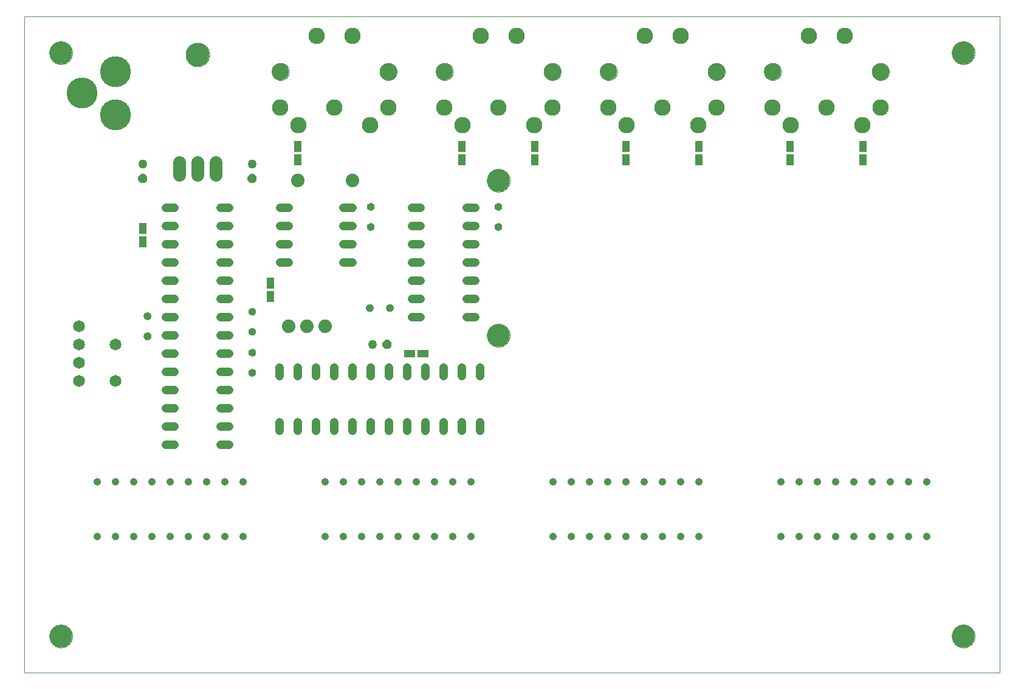
<source format=gts>
G75*
%MOIN*%
%OFA0B0*%
%FSLAX25Y25*%
%IPPOS*%
%LPD*%
%AMOC8*
5,1,8,0,0,1.08239X$1,22.5*
%
%ADD10C,0.00000*%
%ADD11C,0.12500*%
%ADD12C,0.13000*%
%ADD13C,0.00500*%
%ADD14C,0.06500*%
%ADD15C,0.07400*%
%ADD16C,0.04800*%
%ADD17C,0.17000*%
%ADD18R,0.03937X0.05906*%
%ADD19R,0.05906X0.03937*%
%ADD20C,0.04134*%
%ADD21C,0.07000*%
%ADD22C,0.09000*%
%ADD23C,0.09400*%
%ADD24OC8,0.05000*%
%ADD25C,0.05000*%
D10*
X0001500Y0001500D02*
X0001500Y0361500D01*
X0536500Y0361500D01*
X0536500Y0001500D01*
X0001500Y0001500D01*
X0015250Y0021500D02*
X0015252Y0021658D01*
X0015258Y0021815D01*
X0015268Y0021973D01*
X0015282Y0022130D01*
X0015300Y0022286D01*
X0015321Y0022443D01*
X0015347Y0022598D01*
X0015377Y0022753D01*
X0015410Y0022907D01*
X0015448Y0023060D01*
X0015489Y0023213D01*
X0015534Y0023364D01*
X0015583Y0023514D01*
X0015636Y0023662D01*
X0015692Y0023810D01*
X0015753Y0023955D01*
X0015816Y0024100D01*
X0015884Y0024242D01*
X0015955Y0024383D01*
X0016029Y0024522D01*
X0016107Y0024659D01*
X0016189Y0024794D01*
X0016273Y0024927D01*
X0016362Y0025058D01*
X0016453Y0025186D01*
X0016548Y0025313D01*
X0016645Y0025436D01*
X0016746Y0025558D01*
X0016850Y0025676D01*
X0016957Y0025792D01*
X0017067Y0025905D01*
X0017179Y0026016D01*
X0017295Y0026123D01*
X0017413Y0026228D01*
X0017533Y0026330D01*
X0017656Y0026428D01*
X0017782Y0026524D01*
X0017910Y0026616D01*
X0018040Y0026705D01*
X0018172Y0026791D01*
X0018307Y0026873D01*
X0018444Y0026952D01*
X0018582Y0027027D01*
X0018722Y0027099D01*
X0018865Y0027167D01*
X0019008Y0027232D01*
X0019154Y0027293D01*
X0019301Y0027350D01*
X0019449Y0027404D01*
X0019599Y0027454D01*
X0019749Y0027500D01*
X0019901Y0027542D01*
X0020054Y0027581D01*
X0020208Y0027615D01*
X0020363Y0027646D01*
X0020518Y0027672D01*
X0020674Y0027695D01*
X0020831Y0027714D01*
X0020988Y0027729D01*
X0021145Y0027740D01*
X0021303Y0027747D01*
X0021461Y0027750D01*
X0021618Y0027749D01*
X0021776Y0027744D01*
X0021933Y0027735D01*
X0022091Y0027722D01*
X0022247Y0027705D01*
X0022404Y0027684D01*
X0022559Y0027660D01*
X0022714Y0027631D01*
X0022869Y0027598D01*
X0023022Y0027562D01*
X0023175Y0027521D01*
X0023326Y0027477D01*
X0023476Y0027429D01*
X0023625Y0027378D01*
X0023773Y0027322D01*
X0023919Y0027263D01*
X0024064Y0027200D01*
X0024207Y0027133D01*
X0024348Y0027063D01*
X0024487Y0026990D01*
X0024625Y0026913D01*
X0024761Y0026832D01*
X0024894Y0026748D01*
X0025025Y0026661D01*
X0025154Y0026570D01*
X0025281Y0026476D01*
X0025406Y0026379D01*
X0025527Y0026279D01*
X0025647Y0026176D01*
X0025763Y0026070D01*
X0025877Y0025961D01*
X0025989Y0025849D01*
X0026097Y0025735D01*
X0026202Y0025617D01*
X0026305Y0025497D01*
X0026404Y0025375D01*
X0026500Y0025250D01*
X0026593Y0025122D01*
X0026683Y0024993D01*
X0026769Y0024861D01*
X0026853Y0024727D01*
X0026932Y0024591D01*
X0027009Y0024453D01*
X0027081Y0024313D01*
X0027150Y0024171D01*
X0027216Y0024028D01*
X0027278Y0023883D01*
X0027336Y0023736D01*
X0027391Y0023588D01*
X0027442Y0023439D01*
X0027489Y0023288D01*
X0027532Y0023137D01*
X0027571Y0022984D01*
X0027607Y0022830D01*
X0027638Y0022676D01*
X0027666Y0022521D01*
X0027690Y0022365D01*
X0027710Y0022208D01*
X0027726Y0022051D01*
X0027738Y0021894D01*
X0027746Y0021737D01*
X0027750Y0021579D01*
X0027750Y0021421D01*
X0027746Y0021263D01*
X0027738Y0021106D01*
X0027726Y0020949D01*
X0027710Y0020792D01*
X0027690Y0020635D01*
X0027666Y0020479D01*
X0027638Y0020324D01*
X0027607Y0020170D01*
X0027571Y0020016D01*
X0027532Y0019863D01*
X0027489Y0019712D01*
X0027442Y0019561D01*
X0027391Y0019412D01*
X0027336Y0019264D01*
X0027278Y0019117D01*
X0027216Y0018972D01*
X0027150Y0018829D01*
X0027081Y0018687D01*
X0027009Y0018547D01*
X0026932Y0018409D01*
X0026853Y0018273D01*
X0026769Y0018139D01*
X0026683Y0018007D01*
X0026593Y0017878D01*
X0026500Y0017750D01*
X0026404Y0017625D01*
X0026305Y0017503D01*
X0026202Y0017383D01*
X0026097Y0017265D01*
X0025989Y0017151D01*
X0025877Y0017039D01*
X0025763Y0016930D01*
X0025647Y0016824D01*
X0025527Y0016721D01*
X0025406Y0016621D01*
X0025281Y0016524D01*
X0025154Y0016430D01*
X0025025Y0016339D01*
X0024894Y0016252D01*
X0024761Y0016168D01*
X0024625Y0016087D01*
X0024487Y0016010D01*
X0024348Y0015937D01*
X0024207Y0015867D01*
X0024064Y0015800D01*
X0023919Y0015737D01*
X0023773Y0015678D01*
X0023625Y0015622D01*
X0023476Y0015571D01*
X0023326Y0015523D01*
X0023175Y0015479D01*
X0023022Y0015438D01*
X0022869Y0015402D01*
X0022714Y0015369D01*
X0022559Y0015340D01*
X0022404Y0015316D01*
X0022247Y0015295D01*
X0022091Y0015278D01*
X0021933Y0015265D01*
X0021776Y0015256D01*
X0021618Y0015251D01*
X0021461Y0015250D01*
X0021303Y0015253D01*
X0021145Y0015260D01*
X0020988Y0015271D01*
X0020831Y0015286D01*
X0020674Y0015305D01*
X0020518Y0015328D01*
X0020363Y0015354D01*
X0020208Y0015385D01*
X0020054Y0015419D01*
X0019901Y0015458D01*
X0019749Y0015500D01*
X0019599Y0015546D01*
X0019449Y0015596D01*
X0019301Y0015650D01*
X0019154Y0015707D01*
X0019008Y0015768D01*
X0018865Y0015833D01*
X0018722Y0015901D01*
X0018582Y0015973D01*
X0018444Y0016048D01*
X0018307Y0016127D01*
X0018172Y0016209D01*
X0018040Y0016295D01*
X0017910Y0016384D01*
X0017782Y0016476D01*
X0017656Y0016572D01*
X0017533Y0016670D01*
X0017413Y0016772D01*
X0017295Y0016877D01*
X0017179Y0016984D01*
X0017067Y0017095D01*
X0016957Y0017208D01*
X0016850Y0017324D01*
X0016746Y0017442D01*
X0016645Y0017564D01*
X0016548Y0017687D01*
X0016453Y0017814D01*
X0016362Y0017942D01*
X0016273Y0018073D01*
X0016189Y0018206D01*
X0016107Y0018341D01*
X0016029Y0018478D01*
X0015955Y0018617D01*
X0015884Y0018758D01*
X0015816Y0018900D01*
X0015753Y0019045D01*
X0015692Y0019190D01*
X0015636Y0019338D01*
X0015583Y0019486D01*
X0015534Y0019636D01*
X0015489Y0019787D01*
X0015448Y0019940D01*
X0015410Y0020093D01*
X0015377Y0020247D01*
X0015347Y0020402D01*
X0015321Y0020557D01*
X0015300Y0020714D01*
X0015282Y0020870D01*
X0015268Y0021027D01*
X0015258Y0021185D01*
X0015252Y0021342D01*
X0015250Y0021500D01*
X0255250Y0186500D02*
X0255252Y0186658D01*
X0255258Y0186815D01*
X0255268Y0186973D01*
X0255282Y0187130D01*
X0255300Y0187286D01*
X0255321Y0187443D01*
X0255347Y0187598D01*
X0255377Y0187753D01*
X0255410Y0187907D01*
X0255448Y0188060D01*
X0255489Y0188213D01*
X0255534Y0188364D01*
X0255583Y0188514D01*
X0255636Y0188662D01*
X0255692Y0188810D01*
X0255753Y0188955D01*
X0255816Y0189100D01*
X0255884Y0189242D01*
X0255955Y0189383D01*
X0256029Y0189522D01*
X0256107Y0189659D01*
X0256189Y0189794D01*
X0256273Y0189927D01*
X0256362Y0190058D01*
X0256453Y0190186D01*
X0256548Y0190313D01*
X0256645Y0190436D01*
X0256746Y0190558D01*
X0256850Y0190676D01*
X0256957Y0190792D01*
X0257067Y0190905D01*
X0257179Y0191016D01*
X0257295Y0191123D01*
X0257413Y0191228D01*
X0257533Y0191330D01*
X0257656Y0191428D01*
X0257782Y0191524D01*
X0257910Y0191616D01*
X0258040Y0191705D01*
X0258172Y0191791D01*
X0258307Y0191873D01*
X0258444Y0191952D01*
X0258582Y0192027D01*
X0258722Y0192099D01*
X0258865Y0192167D01*
X0259008Y0192232D01*
X0259154Y0192293D01*
X0259301Y0192350D01*
X0259449Y0192404D01*
X0259599Y0192454D01*
X0259749Y0192500D01*
X0259901Y0192542D01*
X0260054Y0192581D01*
X0260208Y0192615D01*
X0260363Y0192646D01*
X0260518Y0192672D01*
X0260674Y0192695D01*
X0260831Y0192714D01*
X0260988Y0192729D01*
X0261145Y0192740D01*
X0261303Y0192747D01*
X0261461Y0192750D01*
X0261618Y0192749D01*
X0261776Y0192744D01*
X0261933Y0192735D01*
X0262091Y0192722D01*
X0262247Y0192705D01*
X0262404Y0192684D01*
X0262559Y0192660D01*
X0262714Y0192631D01*
X0262869Y0192598D01*
X0263022Y0192562D01*
X0263175Y0192521D01*
X0263326Y0192477D01*
X0263476Y0192429D01*
X0263625Y0192378D01*
X0263773Y0192322D01*
X0263919Y0192263D01*
X0264064Y0192200D01*
X0264207Y0192133D01*
X0264348Y0192063D01*
X0264487Y0191990D01*
X0264625Y0191913D01*
X0264761Y0191832D01*
X0264894Y0191748D01*
X0265025Y0191661D01*
X0265154Y0191570D01*
X0265281Y0191476D01*
X0265406Y0191379D01*
X0265527Y0191279D01*
X0265647Y0191176D01*
X0265763Y0191070D01*
X0265877Y0190961D01*
X0265989Y0190849D01*
X0266097Y0190735D01*
X0266202Y0190617D01*
X0266305Y0190497D01*
X0266404Y0190375D01*
X0266500Y0190250D01*
X0266593Y0190122D01*
X0266683Y0189993D01*
X0266769Y0189861D01*
X0266853Y0189727D01*
X0266932Y0189591D01*
X0267009Y0189453D01*
X0267081Y0189313D01*
X0267150Y0189171D01*
X0267216Y0189028D01*
X0267278Y0188883D01*
X0267336Y0188736D01*
X0267391Y0188588D01*
X0267442Y0188439D01*
X0267489Y0188288D01*
X0267532Y0188137D01*
X0267571Y0187984D01*
X0267607Y0187830D01*
X0267638Y0187676D01*
X0267666Y0187521D01*
X0267690Y0187365D01*
X0267710Y0187208D01*
X0267726Y0187051D01*
X0267738Y0186894D01*
X0267746Y0186737D01*
X0267750Y0186579D01*
X0267750Y0186421D01*
X0267746Y0186263D01*
X0267738Y0186106D01*
X0267726Y0185949D01*
X0267710Y0185792D01*
X0267690Y0185635D01*
X0267666Y0185479D01*
X0267638Y0185324D01*
X0267607Y0185170D01*
X0267571Y0185016D01*
X0267532Y0184863D01*
X0267489Y0184712D01*
X0267442Y0184561D01*
X0267391Y0184412D01*
X0267336Y0184264D01*
X0267278Y0184117D01*
X0267216Y0183972D01*
X0267150Y0183829D01*
X0267081Y0183687D01*
X0267009Y0183547D01*
X0266932Y0183409D01*
X0266853Y0183273D01*
X0266769Y0183139D01*
X0266683Y0183007D01*
X0266593Y0182878D01*
X0266500Y0182750D01*
X0266404Y0182625D01*
X0266305Y0182503D01*
X0266202Y0182383D01*
X0266097Y0182265D01*
X0265989Y0182151D01*
X0265877Y0182039D01*
X0265763Y0181930D01*
X0265647Y0181824D01*
X0265527Y0181721D01*
X0265406Y0181621D01*
X0265281Y0181524D01*
X0265154Y0181430D01*
X0265025Y0181339D01*
X0264894Y0181252D01*
X0264761Y0181168D01*
X0264625Y0181087D01*
X0264487Y0181010D01*
X0264348Y0180937D01*
X0264207Y0180867D01*
X0264064Y0180800D01*
X0263919Y0180737D01*
X0263773Y0180678D01*
X0263625Y0180622D01*
X0263476Y0180571D01*
X0263326Y0180523D01*
X0263175Y0180479D01*
X0263022Y0180438D01*
X0262869Y0180402D01*
X0262714Y0180369D01*
X0262559Y0180340D01*
X0262404Y0180316D01*
X0262247Y0180295D01*
X0262091Y0180278D01*
X0261933Y0180265D01*
X0261776Y0180256D01*
X0261618Y0180251D01*
X0261461Y0180250D01*
X0261303Y0180253D01*
X0261145Y0180260D01*
X0260988Y0180271D01*
X0260831Y0180286D01*
X0260674Y0180305D01*
X0260518Y0180328D01*
X0260363Y0180354D01*
X0260208Y0180385D01*
X0260054Y0180419D01*
X0259901Y0180458D01*
X0259749Y0180500D01*
X0259599Y0180546D01*
X0259449Y0180596D01*
X0259301Y0180650D01*
X0259154Y0180707D01*
X0259008Y0180768D01*
X0258865Y0180833D01*
X0258722Y0180901D01*
X0258582Y0180973D01*
X0258444Y0181048D01*
X0258307Y0181127D01*
X0258172Y0181209D01*
X0258040Y0181295D01*
X0257910Y0181384D01*
X0257782Y0181476D01*
X0257656Y0181572D01*
X0257533Y0181670D01*
X0257413Y0181772D01*
X0257295Y0181877D01*
X0257179Y0181984D01*
X0257067Y0182095D01*
X0256957Y0182208D01*
X0256850Y0182324D01*
X0256746Y0182442D01*
X0256645Y0182564D01*
X0256548Y0182687D01*
X0256453Y0182814D01*
X0256362Y0182942D01*
X0256273Y0183073D01*
X0256189Y0183206D01*
X0256107Y0183341D01*
X0256029Y0183478D01*
X0255955Y0183617D01*
X0255884Y0183758D01*
X0255816Y0183900D01*
X0255753Y0184045D01*
X0255692Y0184190D01*
X0255636Y0184338D01*
X0255583Y0184486D01*
X0255534Y0184636D01*
X0255489Y0184787D01*
X0255448Y0184940D01*
X0255410Y0185093D01*
X0255377Y0185247D01*
X0255347Y0185402D01*
X0255321Y0185557D01*
X0255300Y0185714D01*
X0255282Y0185870D01*
X0255268Y0186027D01*
X0255258Y0186185D01*
X0255252Y0186342D01*
X0255250Y0186500D01*
X0255250Y0271500D02*
X0255252Y0271658D01*
X0255258Y0271815D01*
X0255268Y0271973D01*
X0255282Y0272130D01*
X0255300Y0272286D01*
X0255321Y0272443D01*
X0255347Y0272598D01*
X0255377Y0272753D01*
X0255410Y0272907D01*
X0255448Y0273060D01*
X0255489Y0273213D01*
X0255534Y0273364D01*
X0255583Y0273514D01*
X0255636Y0273662D01*
X0255692Y0273810D01*
X0255753Y0273955D01*
X0255816Y0274100D01*
X0255884Y0274242D01*
X0255955Y0274383D01*
X0256029Y0274522D01*
X0256107Y0274659D01*
X0256189Y0274794D01*
X0256273Y0274927D01*
X0256362Y0275058D01*
X0256453Y0275186D01*
X0256548Y0275313D01*
X0256645Y0275436D01*
X0256746Y0275558D01*
X0256850Y0275676D01*
X0256957Y0275792D01*
X0257067Y0275905D01*
X0257179Y0276016D01*
X0257295Y0276123D01*
X0257413Y0276228D01*
X0257533Y0276330D01*
X0257656Y0276428D01*
X0257782Y0276524D01*
X0257910Y0276616D01*
X0258040Y0276705D01*
X0258172Y0276791D01*
X0258307Y0276873D01*
X0258444Y0276952D01*
X0258582Y0277027D01*
X0258722Y0277099D01*
X0258865Y0277167D01*
X0259008Y0277232D01*
X0259154Y0277293D01*
X0259301Y0277350D01*
X0259449Y0277404D01*
X0259599Y0277454D01*
X0259749Y0277500D01*
X0259901Y0277542D01*
X0260054Y0277581D01*
X0260208Y0277615D01*
X0260363Y0277646D01*
X0260518Y0277672D01*
X0260674Y0277695D01*
X0260831Y0277714D01*
X0260988Y0277729D01*
X0261145Y0277740D01*
X0261303Y0277747D01*
X0261461Y0277750D01*
X0261618Y0277749D01*
X0261776Y0277744D01*
X0261933Y0277735D01*
X0262091Y0277722D01*
X0262247Y0277705D01*
X0262404Y0277684D01*
X0262559Y0277660D01*
X0262714Y0277631D01*
X0262869Y0277598D01*
X0263022Y0277562D01*
X0263175Y0277521D01*
X0263326Y0277477D01*
X0263476Y0277429D01*
X0263625Y0277378D01*
X0263773Y0277322D01*
X0263919Y0277263D01*
X0264064Y0277200D01*
X0264207Y0277133D01*
X0264348Y0277063D01*
X0264487Y0276990D01*
X0264625Y0276913D01*
X0264761Y0276832D01*
X0264894Y0276748D01*
X0265025Y0276661D01*
X0265154Y0276570D01*
X0265281Y0276476D01*
X0265406Y0276379D01*
X0265527Y0276279D01*
X0265647Y0276176D01*
X0265763Y0276070D01*
X0265877Y0275961D01*
X0265989Y0275849D01*
X0266097Y0275735D01*
X0266202Y0275617D01*
X0266305Y0275497D01*
X0266404Y0275375D01*
X0266500Y0275250D01*
X0266593Y0275122D01*
X0266683Y0274993D01*
X0266769Y0274861D01*
X0266853Y0274727D01*
X0266932Y0274591D01*
X0267009Y0274453D01*
X0267081Y0274313D01*
X0267150Y0274171D01*
X0267216Y0274028D01*
X0267278Y0273883D01*
X0267336Y0273736D01*
X0267391Y0273588D01*
X0267442Y0273439D01*
X0267489Y0273288D01*
X0267532Y0273137D01*
X0267571Y0272984D01*
X0267607Y0272830D01*
X0267638Y0272676D01*
X0267666Y0272521D01*
X0267690Y0272365D01*
X0267710Y0272208D01*
X0267726Y0272051D01*
X0267738Y0271894D01*
X0267746Y0271737D01*
X0267750Y0271579D01*
X0267750Y0271421D01*
X0267746Y0271263D01*
X0267738Y0271106D01*
X0267726Y0270949D01*
X0267710Y0270792D01*
X0267690Y0270635D01*
X0267666Y0270479D01*
X0267638Y0270324D01*
X0267607Y0270170D01*
X0267571Y0270016D01*
X0267532Y0269863D01*
X0267489Y0269712D01*
X0267442Y0269561D01*
X0267391Y0269412D01*
X0267336Y0269264D01*
X0267278Y0269117D01*
X0267216Y0268972D01*
X0267150Y0268829D01*
X0267081Y0268687D01*
X0267009Y0268547D01*
X0266932Y0268409D01*
X0266853Y0268273D01*
X0266769Y0268139D01*
X0266683Y0268007D01*
X0266593Y0267878D01*
X0266500Y0267750D01*
X0266404Y0267625D01*
X0266305Y0267503D01*
X0266202Y0267383D01*
X0266097Y0267265D01*
X0265989Y0267151D01*
X0265877Y0267039D01*
X0265763Y0266930D01*
X0265647Y0266824D01*
X0265527Y0266721D01*
X0265406Y0266621D01*
X0265281Y0266524D01*
X0265154Y0266430D01*
X0265025Y0266339D01*
X0264894Y0266252D01*
X0264761Y0266168D01*
X0264625Y0266087D01*
X0264487Y0266010D01*
X0264348Y0265937D01*
X0264207Y0265867D01*
X0264064Y0265800D01*
X0263919Y0265737D01*
X0263773Y0265678D01*
X0263625Y0265622D01*
X0263476Y0265571D01*
X0263326Y0265523D01*
X0263175Y0265479D01*
X0263022Y0265438D01*
X0262869Y0265402D01*
X0262714Y0265369D01*
X0262559Y0265340D01*
X0262404Y0265316D01*
X0262247Y0265295D01*
X0262091Y0265278D01*
X0261933Y0265265D01*
X0261776Y0265256D01*
X0261618Y0265251D01*
X0261461Y0265250D01*
X0261303Y0265253D01*
X0261145Y0265260D01*
X0260988Y0265271D01*
X0260831Y0265286D01*
X0260674Y0265305D01*
X0260518Y0265328D01*
X0260363Y0265354D01*
X0260208Y0265385D01*
X0260054Y0265419D01*
X0259901Y0265458D01*
X0259749Y0265500D01*
X0259599Y0265546D01*
X0259449Y0265596D01*
X0259301Y0265650D01*
X0259154Y0265707D01*
X0259008Y0265768D01*
X0258865Y0265833D01*
X0258722Y0265901D01*
X0258582Y0265973D01*
X0258444Y0266048D01*
X0258307Y0266127D01*
X0258172Y0266209D01*
X0258040Y0266295D01*
X0257910Y0266384D01*
X0257782Y0266476D01*
X0257656Y0266572D01*
X0257533Y0266670D01*
X0257413Y0266772D01*
X0257295Y0266877D01*
X0257179Y0266984D01*
X0257067Y0267095D01*
X0256957Y0267208D01*
X0256850Y0267324D01*
X0256746Y0267442D01*
X0256645Y0267564D01*
X0256548Y0267687D01*
X0256453Y0267814D01*
X0256362Y0267942D01*
X0256273Y0268073D01*
X0256189Y0268206D01*
X0256107Y0268341D01*
X0256029Y0268478D01*
X0255955Y0268617D01*
X0255884Y0268758D01*
X0255816Y0268900D01*
X0255753Y0269045D01*
X0255692Y0269190D01*
X0255636Y0269338D01*
X0255583Y0269486D01*
X0255534Y0269636D01*
X0255489Y0269787D01*
X0255448Y0269940D01*
X0255410Y0270093D01*
X0255377Y0270247D01*
X0255347Y0270402D01*
X0255321Y0270557D01*
X0255300Y0270714D01*
X0255282Y0270870D01*
X0255268Y0271027D01*
X0255258Y0271185D01*
X0255252Y0271342D01*
X0255250Y0271500D01*
X0227250Y0331200D02*
X0227252Y0331337D01*
X0227258Y0331473D01*
X0227268Y0331610D01*
X0227282Y0331746D01*
X0227300Y0331881D01*
X0227321Y0332016D01*
X0227347Y0332150D01*
X0227377Y0332284D01*
X0227410Y0332416D01*
X0227447Y0332548D01*
X0227489Y0332678D01*
X0227533Y0332807D01*
X0227582Y0332935D01*
X0227634Y0333062D01*
X0227690Y0333186D01*
X0227750Y0333309D01*
X0227813Y0333431D01*
X0227880Y0333550D01*
X0227950Y0333667D01*
X0228023Y0333783D01*
X0228100Y0333896D01*
X0228180Y0334007D01*
X0228263Y0334115D01*
X0228350Y0334221D01*
X0228439Y0334325D01*
X0228531Y0334425D01*
X0228627Y0334523D01*
X0228725Y0334619D01*
X0228825Y0334711D01*
X0228929Y0334800D01*
X0229035Y0334887D01*
X0229143Y0334970D01*
X0229254Y0335050D01*
X0229367Y0335127D01*
X0229483Y0335200D01*
X0229600Y0335270D01*
X0229719Y0335337D01*
X0229841Y0335400D01*
X0229964Y0335460D01*
X0230088Y0335516D01*
X0230215Y0335568D01*
X0230343Y0335617D01*
X0230472Y0335661D01*
X0230602Y0335703D01*
X0230734Y0335740D01*
X0230866Y0335773D01*
X0231000Y0335803D01*
X0231134Y0335829D01*
X0231269Y0335850D01*
X0231404Y0335868D01*
X0231540Y0335882D01*
X0231677Y0335892D01*
X0231813Y0335898D01*
X0231950Y0335900D01*
X0232087Y0335898D01*
X0232223Y0335892D01*
X0232360Y0335882D01*
X0232496Y0335868D01*
X0232631Y0335850D01*
X0232766Y0335829D01*
X0232900Y0335803D01*
X0233034Y0335773D01*
X0233166Y0335740D01*
X0233298Y0335703D01*
X0233428Y0335661D01*
X0233557Y0335617D01*
X0233685Y0335568D01*
X0233812Y0335516D01*
X0233936Y0335460D01*
X0234059Y0335400D01*
X0234181Y0335337D01*
X0234300Y0335270D01*
X0234417Y0335200D01*
X0234533Y0335127D01*
X0234646Y0335050D01*
X0234757Y0334970D01*
X0234865Y0334887D01*
X0234971Y0334800D01*
X0235075Y0334711D01*
X0235175Y0334619D01*
X0235273Y0334523D01*
X0235369Y0334425D01*
X0235461Y0334325D01*
X0235550Y0334221D01*
X0235637Y0334115D01*
X0235720Y0334007D01*
X0235800Y0333896D01*
X0235877Y0333783D01*
X0235950Y0333667D01*
X0236020Y0333550D01*
X0236087Y0333431D01*
X0236150Y0333309D01*
X0236210Y0333186D01*
X0236266Y0333062D01*
X0236318Y0332935D01*
X0236367Y0332807D01*
X0236411Y0332678D01*
X0236453Y0332548D01*
X0236490Y0332416D01*
X0236523Y0332284D01*
X0236553Y0332150D01*
X0236579Y0332016D01*
X0236600Y0331881D01*
X0236618Y0331746D01*
X0236632Y0331610D01*
X0236642Y0331473D01*
X0236648Y0331337D01*
X0236650Y0331200D01*
X0236648Y0331063D01*
X0236642Y0330927D01*
X0236632Y0330790D01*
X0236618Y0330654D01*
X0236600Y0330519D01*
X0236579Y0330384D01*
X0236553Y0330250D01*
X0236523Y0330116D01*
X0236490Y0329984D01*
X0236453Y0329852D01*
X0236411Y0329722D01*
X0236367Y0329593D01*
X0236318Y0329465D01*
X0236266Y0329338D01*
X0236210Y0329214D01*
X0236150Y0329091D01*
X0236087Y0328969D01*
X0236020Y0328850D01*
X0235950Y0328733D01*
X0235877Y0328617D01*
X0235800Y0328504D01*
X0235720Y0328393D01*
X0235637Y0328285D01*
X0235550Y0328179D01*
X0235461Y0328075D01*
X0235369Y0327975D01*
X0235273Y0327877D01*
X0235175Y0327781D01*
X0235075Y0327689D01*
X0234971Y0327600D01*
X0234865Y0327513D01*
X0234757Y0327430D01*
X0234646Y0327350D01*
X0234533Y0327273D01*
X0234417Y0327200D01*
X0234300Y0327130D01*
X0234181Y0327063D01*
X0234059Y0327000D01*
X0233936Y0326940D01*
X0233812Y0326884D01*
X0233685Y0326832D01*
X0233557Y0326783D01*
X0233428Y0326739D01*
X0233298Y0326697D01*
X0233166Y0326660D01*
X0233034Y0326627D01*
X0232900Y0326597D01*
X0232766Y0326571D01*
X0232631Y0326550D01*
X0232496Y0326532D01*
X0232360Y0326518D01*
X0232223Y0326508D01*
X0232087Y0326502D01*
X0231950Y0326500D01*
X0231813Y0326502D01*
X0231677Y0326508D01*
X0231540Y0326518D01*
X0231404Y0326532D01*
X0231269Y0326550D01*
X0231134Y0326571D01*
X0231000Y0326597D01*
X0230866Y0326627D01*
X0230734Y0326660D01*
X0230602Y0326697D01*
X0230472Y0326739D01*
X0230343Y0326783D01*
X0230215Y0326832D01*
X0230088Y0326884D01*
X0229964Y0326940D01*
X0229841Y0327000D01*
X0229719Y0327063D01*
X0229600Y0327130D01*
X0229483Y0327200D01*
X0229367Y0327273D01*
X0229254Y0327350D01*
X0229143Y0327430D01*
X0229035Y0327513D01*
X0228929Y0327600D01*
X0228825Y0327689D01*
X0228725Y0327781D01*
X0228627Y0327877D01*
X0228531Y0327975D01*
X0228439Y0328075D01*
X0228350Y0328179D01*
X0228263Y0328285D01*
X0228180Y0328393D01*
X0228100Y0328504D01*
X0228023Y0328617D01*
X0227950Y0328733D01*
X0227880Y0328850D01*
X0227813Y0328969D01*
X0227750Y0329091D01*
X0227690Y0329214D01*
X0227634Y0329338D01*
X0227582Y0329465D01*
X0227533Y0329593D01*
X0227489Y0329722D01*
X0227447Y0329852D01*
X0227410Y0329984D01*
X0227377Y0330116D01*
X0227347Y0330250D01*
X0227321Y0330384D01*
X0227300Y0330519D01*
X0227282Y0330654D01*
X0227268Y0330790D01*
X0227258Y0330927D01*
X0227252Y0331063D01*
X0227250Y0331200D01*
X0196350Y0331200D02*
X0196352Y0331337D01*
X0196358Y0331473D01*
X0196368Y0331610D01*
X0196382Y0331746D01*
X0196400Y0331881D01*
X0196421Y0332016D01*
X0196447Y0332150D01*
X0196477Y0332284D01*
X0196510Y0332416D01*
X0196547Y0332548D01*
X0196589Y0332678D01*
X0196633Y0332807D01*
X0196682Y0332935D01*
X0196734Y0333062D01*
X0196790Y0333186D01*
X0196850Y0333309D01*
X0196913Y0333431D01*
X0196980Y0333550D01*
X0197050Y0333667D01*
X0197123Y0333783D01*
X0197200Y0333896D01*
X0197280Y0334007D01*
X0197363Y0334115D01*
X0197450Y0334221D01*
X0197539Y0334325D01*
X0197631Y0334425D01*
X0197727Y0334523D01*
X0197825Y0334619D01*
X0197925Y0334711D01*
X0198029Y0334800D01*
X0198135Y0334887D01*
X0198243Y0334970D01*
X0198354Y0335050D01*
X0198467Y0335127D01*
X0198583Y0335200D01*
X0198700Y0335270D01*
X0198819Y0335337D01*
X0198941Y0335400D01*
X0199064Y0335460D01*
X0199188Y0335516D01*
X0199315Y0335568D01*
X0199443Y0335617D01*
X0199572Y0335661D01*
X0199702Y0335703D01*
X0199834Y0335740D01*
X0199966Y0335773D01*
X0200100Y0335803D01*
X0200234Y0335829D01*
X0200369Y0335850D01*
X0200504Y0335868D01*
X0200640Y0335882D01*
X0200777Y0335892D01*
X0200913Y0335898D01*
X0201050Y0335900D01*
X0201187Y0335898D01*
X0201323Y0335892D01*
X0201460Y0335882D01*
X0201596Y0335868D01*
X0201731Y0335850D01*
X0201866Y0335829D01*
X0202000Y0335803D01*
X0202134Y0335773D01*
X0202266Y0335740D01*
X0202398Y0335703D01*
X0202528Y0335661D01*
X0202657Y0335617D01*
X0202785Y0335568D01*
X0202912Y0335516D01*
X0203036Y0335460D01*
X0203159Y0335400D01*
X0203281Y0335337D01*
X0203400Y0335270D01*
X0203517Y0335200D01*
X0203633Y0335127D01*
X0203746Y0335050D01*
X0203857Y0334970D01*
X0203965Y0334887D01*
X0204071Y0334800D01*
X0204175Y0334711D01*
X0204275Y0334619D01*
X0204373Y0334523D01*
X0204469Y0334425D01*
X0204561Y0334325D01*
X0204650Y0334221D01*
X0204737Y0334115D01*
X0204820Y0334007D01*
X0204900Y0333896D01*
X0204977Y0333783D01*
X0205050Y0333667D01*
X0205120Y0333550D01*
X0205187Y0333431D01*
X0205250Y0333309D01*
X0205310Y0333186D01*
X0205366Y0333062D01*
X0205418Y0332935D01*
X0205467Y0332807D01*
X0205511Y0332678D01*
X0205553Y0332548D01*
X0205590Y0332416D01*
X0205623Y0332284D01*
X0205653Y0332150D01*
X0205679Y0332016D01*
X0205700Y0331881D01*
X0205718Y0331746D01*
X0205732Y0331610D01*
X0205742Y0331473D01*
X0205748Y0331337D01*
X0205750Y0331200D01*
X0205748Y0331063D01*
X0205742Y0330927D01*
X0205732Y0330790D01*
X0205718Y0330654D01*
X0205700Y0330519D01*
X0205679Y0330384D01*
X0205653Y0330250D01*
X0205623Y0330116D01*
X0205590Y0329984D01*
X0205553Y0329852D01*
X0205511Y0329722D01*
X0205467Y0329593D01*
X0205418Y0329465D01*
X0205366Y0329338D01*
X0205310Y0329214D01*
X0205250Y0329091D01*
X0205187Y0328969D01*
X0205120Y0328850D01*
X0205050Y0328733D01*
X0204977Y0328617D01*
X0204900Y0328504D01*
X0204820Y0328393D01*
X0204737Y0328285D01*
X0204650Y0328179D01*
X0204561Y0328075D01*
X0204469Y0327975D01*
X0204373Y0327877D01*
X0204275Y0327781D01*
X0204175Y0327689D01*
X0204071Y0327600D01*
X0203965Y0327513D01*
X0203857Y0327430D01*
X0203746Y0327350D01*
X0203633Y0327273D01*
X0203517Y0327200D01*
X0203400Y0327130D01*
X0203281Y0327063D01*
X0203159Y0327000D01*
X0203036Y0326940D01*
X0202912Y0326884D01*
X0202785Y0326832D01*
X0202657Y0326783D01*
X0202528Y0326739D01*
X0202398Y0326697D01*
X0202266Y0326660D01*
X0202134Y0326627D01*
X0202000Y0326597D01*
X0201866Y0326571D01*
X0201731Y0326550D01*
X0201596Y0326532D01*
X0201460Y0326518D01*
X0201323Y0326508D01*
X0201187Y0326502D01*
X0201050Y0326500D01*
X0200913Y0326502D01*
X0200777Y0326508D01*
X0200640Y0326518D01*
X0200504Y0326532D01*
X0200369Y0326550D01*
X0200234Y0326571D01*
X0200100Y0326597D01*
X0199966Y0326627D01*
X0199834Y0326660D01*
X0199702Y0326697D01*
X0199572Y0326739D01*
X0199443Y0326783D01*
X0199315Y0326832D01*
X0199188Y0326884D01*
X0199064Y0326940D01*
X0198941Y0327000D01*
X0198819Y0327063D01*
X0198700Y0327130D01*
X0198583Y0327200D01*
X0198467Y0327273D01*
X0198354Y0327350D01*
X0198243Y0327430D01*
X0198135Y0327513D01*
X0198029Y0327600D01*
X0197925Y0327689D01*
X0197825Y0327781D01*
X0197727Y0327877D01*
X0197631Y0327975D01*
X0197539Y0328075D01*
X0197450Y0328179D01*
X0197363Y0328285D01*
X0197280Y0328393D01*
X0197200Y0328504D01*
X0197123Y0328617D01*
X0197050Y0328733D01*
X0196980Y0328850D01*
X0196913Y0328969D01*
X0196850Y0329091D01*
X0196790Y0329214D01*
X0196734Y0329338D01*
X0196682Y0329465D01*
X0196633Y0329593D01*
X0196589Y0329722D01*
X0196547Y0329852D01*
X0196510Y0329984D01*
X0196477Y0330116D01*
X0196447Y0330250D01*
X0196421Y0330384D01*
X0196400Y0330519D01*
X0196382Y0330654D01*
X0196368Y0330790D01*
X0196358Y0330927D01*
X0196352Y0331063D01*
X0196350Y0331200D01*
X0137250Y0331200D02*
X0137252Y0331337D01*
X0137258Y0331473D01*
X0137268Y0331610D01*
X0137282Y0331746D01*
X0137300Y0331881D01*
X0137321Y0332016D01*
X0137347Y0332150D01*
X0137377Y0332284D01*
X0137410Y0332416D01*
X0137447Y0332548D01*
X0137489Y0332678D01*
X0137533Y0332807D01*
X0137582Y0332935D01*
X0137634Y0333062D01*
X0137690Y0333186D01*
X0137750Y0333309D01*
X0137813Y0333431D01*
X0137880Y0333550D01*
X0137950Y0333667D01*
X0138023Y0333783D01*
X0138100Y0333896D01*
X0138180Y0334007D01*
X0138263Y0334115D01*
X0138350Y0334221D01*
X0138439Y0334325D01*
X0138531Y0334425D01*
X0138627Y0334523D01*
X0138725Y0334619D01*
X0138825Y0334711D01*
X0138929Y0334800D01*
X0139035Y0334887D01*
X0139143Y0334970D01*
X0139254Y0335050D01*
X0139367Y0335127D01*
X0139483Y0335200D01*
X0139600Y0335270D01*
X0139719Y0335337D01*
X0139841Y0335400D01*
X0139964Y0335460D01*
X0140088Y0335516D01*
X0140215Y0335568D01*
X0140343Y0335617D01*
X0140472Y0335661D01*
X0140602Y0335703D01*
X0140734Y0335740D01*
X0140866Y0335773D01*
X0141000Y0335803D01*
X0141134Y0335829D01*
X0141269Y0335850D01*
X0141404Y0335868D01*
X0141540Y0335882D01*
X0141677Y0335892D01*
X0141813Y0335898D01*
X0141950Y0335900D01*
X0142087Y0335898D01*
X0142223Y0335892D01*
X0142360Y0335882D01*
X0142496Y0335868D01*
X0142631Y0335850D01*
X0142766Y0335829D01*
X0142900Y0335803D01*
X0143034Y0335773D01*
X0143166Y0335740D01*
X0143298Y0335703D01*
X0143428Y0335661D01*
X0143557Y0335617D01*
X0143685Y0335568D01*
X0143812Y0335516D01*
X0143936Y0335460D01*
X0144059Y0335400D01*
X0144181Y0335337D01*
X0144300Y0335270D01*
X0144417Y0335200D01*
X0144533Y0335127D01*
X0144646Y0335050D01*
X0144757Y0334970D01*
X0144865Y0334887D01*
X0144971Y0334800D01*
X0145075Y0334711D01*
X0145175Y0334619D01*
X0145273Y0334523D01*
X0145369Y0334425D01*
X0145461Y0334325D01*
X0145550Y0334221D01*
X0145637Y0334115D01*
X0145720Y0334007D01*
X0145800Y0333896D01*
X0145877Y0333783D01*
X0145950Y0333667D01*
X0146020Y0333550D01*
X0146087Y0333431D01*
X0146150Y0333309D01*
X0146210Y0333186D01*
X0146266Y0333062D01*
X0146318Y0332935D01*
X0146367Y0332807D01*
X0146411Y0332678D01*
X0146453Y0332548D01*
X0146490Y0332416D01*
X0146523Y0332284D01*
X0146553Y0332150D01*
X0146579Y0332016D01*
X0146600Y0331881D01*
X0146618Y0331746D01*
X0146632Y0331610D01*
X0146642Y0331473D01*
X0146648Y0331337D01*
X0146650Y0331200D01*
X0146648Y0331063D01*
X0146642Y0330927D01*
X0146632Y0330790D01*
X0146618Y0330654D01*
X0146600Y0330519D01*
X0146579Y0330384D01*
X0146553Y0330250D01*
X0146523Y0330116D01*
X0146490Y0329984D01*
X0146453Y0329852D01*
X0146411Y0329722D01*
X0146367Y0329593D01*
X0146318Y0329465D01*
X0146266Y0329338D01*
X0146210Y0329214D01*
X0146150Y0329091D01*
X0146087Y0328969D01*
X0146020Y0328850D01*
X0145950Y0328733D01*
X0145877Y0328617D01*
X0145800Y0328504D01*
X0145720Y0328393D01*
X0145637Y0328285D01*
X0145550Y0328179D01*
X0145461Y0328075D01*
X0145369Y0327975D01*
X0145273Y0327877D01*
X0145175Y0327781D01*
X0145075Y0327689D01*
X0144971Y0327600D01*
X0144865Y0327513D01*
X0144757Y0327430D01*
X0144646Y0327350D01*
X0144533Y0327273D01*
X0144417Y0327200D01*
X0144300Y0327130D01*
X0144181Y0327063D01*
X0144059Y0327000D01*
X0143936Y0326940D01*
X0143812Y0326884D01*
X0143685Y0326832D01*
X0143557Y0326783D01*
X0143428Y0326739D01*
X0143298Y0326697D01*
X0143166Y0326660D01*
X0143034Y0326627D01*
X0142900Y0326597D01*
X0142766Y0326571D01*
X0142631Y0326550D01*
X0142496Y0326532D01*
X0142360Y0326518D01*
X0142223Y0326508D01*
X0142087Y0326502D01*
X0141950Y0326500D01*
X0141813Y0326502D01*
X0141677Y0326508D01*
X0141540Y0326518D01*
X0141404Y0326532D01*
X0141269Y0326550D01*
X0141134Y0326571D01*
X0141000Y0326597D01*
X0140866Y0326627D01*
X0140734Y0326660D01*
X0140602Y0326697D01*
X0140472Y0326739D01*
X0140343Y0326783D01*
X0140215Y0326832D01*
X0140088Y0326884D01*
X0139964Y0326940D01*
X0139841Y0327000D01*
X0139719Y0327063D01*
X0139600Y0327130D01*
X0139483Y0327200D01*
X0139367Y0327273D01*
X0139254Y0327350D01*
X0139143Y0327430D01*
X0139035Y0327513D01*
X0138929Y0327600D01*
X0138825Y0327689D01*
X0138725Y0327781D01*
X0138627Y0327877D01*
X0138531Y0327975D01*
X0138439Y0328075D01*
X0138350Y0328179D01*
X0138263Y0328285D01*
X0138180Y0328393D01*
X0138100Y0328504D01*
X0138023Y0328617D01*
X0137950Y0328733D01*
X0137880Y0328850D01*
X0137813Y0328969D01*
X0137750Y0329091D01*
X0137690Y0329214D01*
X0137634Y0329338D01*
X0137582Y0329465D01*
X0137533Y0329593D01*
X0137489Y0329722D01*
X0137447Y0329852D01*
X0137410Y0329984D01*
X0137377Y0330116D01*
X0137347Y0330250D01*
X0137321Y0330384D01*
X0137300Y0330519D01*
X0137282Y0330654D01*
X0137268Y0330790D01*
X0137258Y0330927D01*
X0137252Y0331063D01*
X0137250Y0331200D01*
X0090000Y0340500D02*
X0090002Y0340661D01*
X0090008Y0340821D01*
X0090018Y0340982D01*
X0090032Y0341142D01*
X0090050Y0341302D01*
X0090071Y0341461D01*
X0090097Y0341620D01*
X0090127Y0341778D01*
X0090160Y0341935D01*
X0090198Y0342092D01*
X0090239Y0342247D01*
X0090284Y0342401D01*
X0090333Y0342554D01*
X0090386Y0342706D01*
X0090442Y0342857D01*
X0090503Y0343006D01*
X0090566Y0343154D01*
X0090634Y0343300D01*
X0090705Y0343444D01*
X0090779Y0343586D01*
X0090857Y0343727D01*
X0090939Y0343865D01*
X0091024Y0344002D01*
X0091112Y0344136D01*
X0091204Y0344268D01*
X0091299Y0344398D01*
X0091397Y0344526D01*
X0091498Y0344651D01*
X0091602Y0344773D01*
X0091709Y0344893D01*
X0091819Y0345010D01*
X0091932Y0345125D01*
X0092048Y0345236D01*
X0092167Y0345345D01*
X0092288Y0345450D01*
X0092412Y0345553D01*
X0092538Y0345653D01*
X0092666Y0345749D01*
X0092797Y0345842D01*
X0092931Y0345932D01*
X0093066Y0346019D01*
X0093204Y0346102D01*
X0093343Y0346182D01*
X0093485Y0346258D01*
X0093628Y0346331D01*
X0093773Y0346400D01*
X0093920Y0346466D01*
X0094068Y0346528D01*
X0094218Y0346586D01*
X0094369Y0346641D01*
X0094522Y0346692D01*
X0094676Y0346739D01*
X0094831Y0346782D01*
X0094987Y0346821D01*
X0095143Y0346857D01*
X0095301Y0346888D01*
X0095459Y0346916D01*
X0095618Y0346940D01*
X0095778Y0346960D01*
X0095938Y0346976D01*
X0096098Y0346988D01*
X0096259Y0346996D01*
X0096420Y0347000D01*
X0096580Y0347000D01*
X0096741Y0346996D01*
X0096902Y0346988D01*
X0097062Y0346976D01*
X0097222Y0346960D01*
X0097382Y0346940D01*
X0097541Y0346916D01*
X0097699Y0346888D01*
X0097857Y0346857D01*
X0098013Y0346821D01*
X0098169Y0346782D01*
X0098324Y0346739D01*
X0098478Y0346692D01*
X0098631Y0346641D01*
X0098782Y0346586D01*
X0098932Y0346528D01*
X0099080Y0346466D01*
X0099227Y0346400D01*
X0099372Y0346331D01*
X0099515Y0346258D01*
X0099657Y0346182D01*
X0099796Y0346102D01*
X0099934Y0346019D01*
X0100069Y0345932D01*
X0100203Y0345842D01*
X0100334Y0345749D01*
X0100462Y0345653D01*
X0100588Y0345553D01*
X0100712Y0345450D01*
X0100833Y0345345D01*
X0100952Y0345236D01*
X0101068Y0345125D01*
X0101181Y0345010D01*
X0101291Y0344893D01*
X0101398Y0344773D01*
X0101502Y0344651D01*
X0101603Y0344526D01*
X0101701Y0344398D01*
X0101796Y0344268D01*
X0101888Y0344136D01*
X0101976Y0344002D01*
X0102061Y0343865D01*
X0102143Y0343727D01*
X0102221Y0343586D01*
X0102295Y0343444D01*
X0102366Y0343300D01*
X0102434Y0343154D01*
X0102497Y0343006D01*
X0102558Y0342857D01*
X0102614Y0342706D01*
X0102667Y0342554D01*
X0102716Y0342401D01*
X0102761Y0342247D01*
X0102802Y0342092D01*
X0102840Y0341935D01*
X0102873Y0341778D01*
X0102903Y0341620D01*
X0102929Y0341461D01*
X0102950Y0341302D01*
X0102968Y0341142D01*
X0102982Y0340982D01*
X0102992Y0340821D01*
X0102998Y0340661D01*
X0103000Y0340500D01*
X0102998Y0340339D01*
X0102992Y0340179D01*
X0102982Y0340018D01*
X0102968Y0339858D01*
X0102950Y0339698D01*
X0102929Y0339539D01*
X0102903Y0339380D01*
X0102873Y0339222D01*
X0102840Y0339065D01*
X0102802Y0338908D01*
X0102761Y0338753D01*
X0102716Y0338599D01*
X0102667Y0338446D01*
X0102614Y0338294D01*
X0102558Y0338143D01*
X0102497Y0337994D01*
X0102434Y0337846D01*
X0102366Y0337700D01*
X0102295Y0337556D01*
X0102221Y0337414D01*
X0102143Y0337273D01*
X0102061Y0337135D01*
X0101976Y0336998D01*
X0101888Y0336864D01*
X0101796Y0336732D01*
X0101701Y0336602D01*
X0101603Y0336474D01*
X0101502Y0336349D01*
X0101398Y0336227D01*
X0101291Y0336107D01*
X0101181Y0335990D01*
X0101068Y0335875D01*
X0100952Y0335764D01*
X0100833Y0335655D01*
X0100712Y0335550D01*
X0100588Y0335447D01*
X0100462Y0335347D01*
X0100334Y0335251D01*
X0100203Y0335158D01*
X0100069Y0335068D01*
X0099934Y0334981D01*
X0099796Y0334898D01*
X0099657Y0334818D01*
X0099515Y0334742D01*
X0099372Y0334669D01*
X0099227Y0334600D01*
X0099080Y0334534D01*
X0098932Y0334472D01*
X0098782Y0334414D01*
X0098631Y0334359D01*
X0098478Y0334308D01*
X0098324Y0334261D01*
X0098169Y0334218D01*
X0098013Y0334179D01*
X0097857Y0334143D01*
X0097699Y0334112D01*
X0097541Y0334084D01*
X0097382Y0334060D01*
X0097222Y0334040D01*
X0097062Y0334024D01*
X0096902Y0334012D01*
X0096741Y0334004D01*
X0096580Y0334000D01*
X0096420Y0334000D01*
X0096259Y0334004D01*
X0096098Y0334012D01*
X0095938Y0334024D01*
X0095778Y0334040D01*
X0095618Y0334060D01*
X0095459Y0334084D01*
X0095301Y0334112D01*
X0095143Y0334143D01*
X0094987Y0334179D01*
X0094831Y0334218D01*
X0094676Y0334261D01*
X0094522Y0334308D01*
X0094369Y0334359D01*
X0094218Y0334414D01*
X0094068Y0334472D01*
X0093920Y0334534D01*
X0093773Y0334600D01*
X0093628Y0334669D01*
X0093485Y0334742D01*
X0093343Y0334818D01*
X0093204Y0334898D01*
X0093066Y0334981D01*
X0092931Y0335068D01*
X0092797Y0335158D01*
X0092666Y0335251D01*
X0092538Y0335347D01*
X0092412Y0335447D01*
X0092288Y0335550D01*
X0092167Y0335655D01*
X0092048Y0335764D01*
X0091932Y0335875D01*
X0091819Y0335990D01*
X0091709Y0336107D01*
X0091602Y0336227D01*
X0091498Y0336349D01*
X0091397Y0336474D01*
X0091299Y0336602D01*
X0091204Y0336732D01*
X0091112Y0336864D01*
X0091024Y0336998D01*
X0090939Y0337135D01*
X0090857Y0337273D01*
X0090779Y0337414D01*
X0090705Y0337556D01*
X0090634Y0337700D01*
X0090566Y0337846D01*
X0090503Y0337994D01*
X0090442Y0338143D01*
X0090386Y0338294D01*
X0090333Y0338446D01*
X0090284Y0338599D01*
X0090239Y0338753D01*
X0090198Y0338908D01*
X0090160Y0339065D01*
X0090127Y0339222D01*
X0090097Y0339380D01*
X0090071Y0339539D01*
X0090050Y0339698D01*
X0090032Y0339858D01*
X0090018Y0340018D01*
X0090008Y0340179D01*
X0090002Y0340339D01*
X0090000Y0340500D01*
X0015250Y0341500D02*
X0015252Y0341658D01*
X0015258Y0341815D01*
X0015268Y0341973D01*
X0015282Y0342130D01*
X0015300Y0342286D01*
X0015321Y0342443D01*
X0015347Y0342598D01*
X0015377Y0342753D01*
X0015410Y0342907D01*
X0015448Y0343060D01*
X0015489Y0343213D01*
X0015534Y0343364D01*
X0015583Y0343514D01*
X0015636Y0343662D01*
X0015692Y0343810D01*
X0015753Y0343955D01*
X0015816Y0344100D01*
X0015884Y0344242D01*
X0015955Y0344383D01*
X0016029Y0344522D01*
X0016107Y0344659D01*
X0016189Y0344794D01*
X0016273Y0344927D01*
X0016362Y0345058D01*
X0016453Y0345186D01*
X0016548Y0345313D01*
X0016645Y0345436D01*
X0016746Y0345558D01*
X0016850Y0345676D01*
X0016957Y0345792D01*
X0017067Y0345905D01*
X0017179Y0346016D01*
X0017295Y0346123D01*
X0017413Y0346228D01*
X0017533Y0346330D01*
X0017656Y0346428D01*
X0017782Y0346524D01*
X0017910Y0346616D01*
X0018040Y0346705D01*
X0018172Y0346791D01*
X0018307Y0346873D01*
X0018444Y0346952D01*
X0018582Y0347027D01*
X0018722Y0347099D01*
X0018865Y0347167D01*
X0019008Y0347232D01*
X0019154Y0347293D01*
X0019301Y0347350D01*
X0019449Y0347404D01*
X0019599Y0347454D01*
X0019749Y0347500D01*
X0019901Y0347542D01*
X0020054Y0347581D01*
X0020208Y0347615D01*
X0020363Y0347646D01*
X0020518Y0347672D01*
X0020674Y0347695D01*
X0020831Y0347714D01*
X0020988Y0347729D01*
X0021145Y0347740D01*
X0021303Y0347747D01*
X0021461Y0347750D01*
X0021618Y0347749D01*
X0021776Y0347744D01*
X0021933Y0347735D01*
X0022091Y0347722D01*
X0022247Y0347705D01*
X0022404Y0347684D01*
X0022559Y0347660D01*
X0022714Y0347631D01*
X0022869Y0347598D01*
X0023022Y0347562D01*
X0023175Y0347521D01*
X0023326Y0347477D01*
X0023476Y0347429D01*
X0023625Y0347378D01*
X0023773Y0347322D01*
X0023919Y0347263D01*
X0024064Y0347200D01*
X0024207Y0347133D01*
X0024348Y0347063D01*
X0024487Y0346990D01*
X0024625Y0346913D01*
X0024761Y0346832D01*
X0024894Y0346748D01*
X0025025Y0346661D01*
X0025154Y0346570D01*
X0025281Y0346476D01*
X0025406Y0346379D01*
X0025527Y0346279D01*
X0025647Y0346176D01*
X0025763Y0346070D01*
X0025877Y0345961D01*
X0025989Y0345849D01*
X0026097Y0345735D01*
X0026202Y0345617D01*
X0026305Y0345497D01*
X0026404Y0345375D01*
X0026500Y0345250D01*
X0026593Y0345122D01*
X0026683Y0344993D01*
X0026769Y0344861D01*
X0026853Y0344727D01*
X0026932Y0344591D01*
X0027009Y0344453D01*
X0027081Y0344313D01*
X0027150Y0344171D01*
X0027216Y0344028D01*
X0027278Y0343883D01*
X0027336Y0343736D01*
X0027391Y0343588D01*
X0027442Y0343439D01*
X0027489Y0343288D01*
X0027532Y0343137D01*
X0027571Y0342984D01*
X0027607Y0342830D01*
X0027638Y0342676D01*
X0027666Y0342521D01*
X0027690Y0342365D01*
X0027710Y0342208D01*
X0027726Y0342051D01*
X0027738Y0341894D01*
X0027746Y0341737D01*
X0027750Y0341579D01*
X0027750Y0341421D01*
X0027746Y0341263D01*
X0027738Y0341106D01*
X0027726Y0340949D01*
X0027710Y0340792D01*
X0027690Y0340635D01*
X0027666Y0340479D01*
X0027638Y0340324D01*
X0027607Y0340170D01*
X0027571Y0340016D01*
X0027532Y0339863D01*
X0027489Y0339712D01*
X0027442Y0339561D01*
X0027391Y0339412D01*
X0027336Y0339264D01*
X0027278Y0339117D01*
X0027216Y0338972D01*
X0027150Y0338829D01*
X0027081Y0338687D01*
X0027009Y0338547D01*
X0026932Y0338409D01*
X0026853Y0338273D01*
X0026769Y0338139D01*
X0026683Y0338007D01*
X0026593Y0337878D01*
X0026500Y0337750D01*
X0026404Y0337625D01*
X0026305Y0337503D01*
X0026202Y0337383D01*
X0026097Y0337265D01*
X0025989Y0337151D01*
X0025877Y0337039D01*
X0025763Y0336930D01*
X0025647Y0336824D01*
X0025527Y0336721D01*
X0025406Y0336621D01*
X0025281Y0336524D01*
X0025154Y0336430D01*
X0025025Y0336339D01*
X0024894Y0336252D01*
X0024761Y0336168D01*
X0024625Y0336087D01*
X0024487Y0336010D01*
X0024348Y0335937D01*
X0024207Y0335867D01*
X0024064Y0335800D01*
X0023919Y0335737D01*
X0023773Y0335678D01*
X0023625Y0335622D01*
X0023476Y0335571D01*
X0023326Y0335523D01*
X0023175Y0335479D01*
X0023022Y0335438D01*
X0022869Y0335402D01*
X0022714Y0335369D01*
X0022559Y0335340D01*
X0022404Y0335316D01*
X0022247Y0335295D01*
X0022091Y0335278D01*
X0021933Y0335265D01*
X0021776Y0335256D01*
X0021618Y0335251D01*
X0021461Y0335250D01*
X0021303Y0335253D01*
X0021145Y0335260D01*
X0020988Y0335271D01*
X0020831Y0335286D01*
X0020674Y0335305D01*
X0020518Y0335328D01*
X0020363Y0335354D01*
X0020208Y0335385D01*
X0020054Y0335419D01*
X0019901Y0335458D01*
X0019749Y0335500D01*
X0019599Y0335546D01*
X0019449Y0335596D01*
X0019301Y0335650D01*
X0019154Y0335707D01*
X0019008Y0335768D01*
X0018865Y0335833D01*
X0018722Y0335901D01*
X0018582Y0335973D01*
X0018444Y0336048D01*
X0018307Y0336127D01*
X0018172Y0336209D01*
X0018040Y0336295D01*
X0017910Y0336384D01*
X0017782Y0336476D01*
X0017656Y0336572D01*
X0017533Y0336670D01*
X0017413Y0336772D01*
X0017295Y0336877D01*
X0017179Y0336984D01*
X0017067Y0337095D01*
X0016957Y0337208D01*
X0016850Y0337324D01*
X0016746Y0337442D01*
X0016645Y0337564D01*
X0016548Y0337687D01*
X0016453Y0337814D01*
X0016362Y0337942D01*
X0016273Y0338073D01*
X0016189Y0338206D01*
X0016107Y0338341D01*
X0016029Y0338478D01*
X0015955Y0338617D01*
X0015884Y0338758D01*
X0015816Y0338900D01*
X0015753Y0339045D01*
X0015692Y0339190D01*
X0015636Y0339338D01*
X0015583Y0339486D01*
X0015534Y0339636D01*
X0015489Y0339787D01*
X0015448Y0339940D01*
X0015410Y0340093D01*
X0015377Y0340247D01*
X0015347Y0340402D01*
X0015321Y0340557D01*
X0015300Y0340714D01*
X0015282Y0340870D01*
X0015268Y0341027D01*
X0015258Y0341185D01*
X0015252Y0341342D01*
X0015250Y0341500D01*
X0286350Y0331200D02*
X0286352Y0331337D01*
X0286358Y0331473D01*
X0286368Y0331610D01*
X0286382Y0331746D01*
X0286400Y0331881D01*
X0286421Y0332016D01*
X0286447Y0332150D01*
X0286477Y0332284D01*
X0286510Y0332416D01*
X0286547Y0332548D01*
X0286589Y0332678D01*
X0286633Y0332807D01*
X0286682Y0332935D01*
X0286734Y0333062D01*
X0286790Y0333186D01*
X0286850Y0333309D01*
X0286913Y0333431D01*
X0286980Y0333550D01*
X0287050Y0333667D01*
X0287123Y0333783D01*
X0287200Y0333896D01*
X0287280Y0334007D01*
X0287363Y0334115D01*
X0287450Y0334221D01*
X0287539Y0334325D01*
X0287631Y0334425D01*
X0287727Y0334523D01*
X0287825Y0334619D01*
X0287925Y0334711D01*
X0288029Y0334800D01*
X0288135Y0334887D01*
X0288243Y0334970D01*
X0288354Y0335050D01*
X0288467Y0335127D01*
X0288583Y0335200D01*
X0288700Y0335270D01*
X0288819Y0335337D01*
X0288941Y0335400D01*
X0289064Y0335460D01*
X0289188Y0335516D01*
X0289315Y0335568D01*
X0289443Y0335617D01*
X0289572Y0335661D01*
X0289702Y0335703D01*
X0289834Y0335740D01*
X0289966Y0335773D01*
X0290100Y0335803D01*
X0290234Y0335829D01*
X0290369Y0335850D01*
X0290504Y0335868D01*
X0290640Y0335882D01*
X0290777Y0335892D01*
X0290913Y0335898D01*
X0291050Y0335900D01*
X0291187Y0335898D01*
X0291323Y0335892D01*
X0291460Y0335882D01*
X0291596Y0335868D01*
X0291731Y0335850D01*
X0291866Y0335829D01*
X0292000Y0335803D01*
X0292134Y0335773D01*
X0292266Y0335740D01*
X0292398Y0335703D01*
X0292528Y0335661D01*
X0292657Y0335617D01*
X0292785Y0335568D01*
X0292912Y0335516D01*
X0293036Y0335460D01*
X0293159Y0335400D01*
X0293281Y0335337D01*
X0293400Y0335270D01*
X0293517Y0335200D01*
X0293633Y0335127D01*
X0293746Y0335050D01*
X0293857Y0334970D01*
X0293965Y0334887D01*
X0294071Y0334800D01*
X0294175Y0334711D01*
X0294275Y0334619D01*
X0294373Y0334523D01*
X0294469Y0334425D01*
X0294561Y0334325D01*
X0294650Y0334221D01*
X0294737Y0334115D01*
X0294820Y0334007D01*
X0294900Y0333896D01*
X0294977Y0333783D01*
X0295050Y0333667D01*
X0295120Y0333550D01*
X0295187Y0333431D01*
X0295250Y0333309D01*
X0295310Y0333186D01*
X0295366Y0333062D01*
X0295418Y0332935D01*
X0295467Y0332807D01*
X0295511Y0332678D01*
X0295553Y0332548D01*
X0295590Y0332416D01*
X0295623Y0332284D01*
X0295653Y0332150D01*
X0295679Y0332016D01*
X0295700Y0331881D01*
X0295718Y0331746D01*
X0295732Y0331610D01*
X0295742Y0331473D01*
X0295748Y0331337D01*
X0295750Y0331200D01*
X0295748Y0331063D01*
X0295742Y0330927D01*
X0295732Y0330790D01*
X0295718Y0330654D01*
X0295700Y0330519D01*
X0295679Y0330384D01*
X0295653Y0330250D01*
X0295623Y0330116D01*
X0295590Y0329984D01*
X0295553Y0329852D01*
X0295511Y0329722D01*
X0295467Y0329593D01*
X0295418Y0329465D01*
X0295366Y0329338D01*
X0295310Y0329214D01*
X0295250Y0329091D01*
X0295187Y0328969D01*
X0295120Y0328850D01*
X0295050Y0328733D01*
X0294977Y0328617D01*
X0294900Y0328504D01*
X0294820Y0328393D01*
X0294737Y0328285D01*
X0294650Y0328179D01*
X0294561Y0328075D01*
X0294469Y0327975D01*
X0294373Y0327877D01*
X0294275Y0327781D01*
X0294175Y0327689D01*
X0294071Y0327600D01*
X0293965Y0327513D01*
X0293857Y0327430D01*
X0293746Y0327350D01*
X0293633Y0327273D01*
X0293517Y0327200D01*
X0293400Y0327130D01*
X0293281Y0327063D01*
X0293159Y0327000D01*
X0293036Y0326940D01*
X0292912Y0326884D01*
X0292785Y0326832D01*
X0292657Y0326783D01*
X0292528Y0326739D01*
X0292398Y0326697D01*
X0292266Y0326660D01*
X0292134Y0326627D01*
X0292000Y0326597D01*
X0291866Y0326571D01*
X0291731Y0326550D01*
X0291596Y0326532D01*
X0291460Y0326518D01*
X0291323Y0326508D01*
X0291187Y0326502D01*
X0291050Y0326500D01*
X0290913Y0326502D01*
X0290777Y0326508D01*
X0290640Y0326518D01*
X0290504Y0326532D01*
X0290369Y0326550D01*
X0290234Y0326571D01*
X0290100Y0326597D01*
X0289966Y0326627D01*
X0289834Y0326660D01*
X0289702Y0326697D01*
X0289572Y0326739D01*
X0289443Y0326783D01*
X0289315Y0326832D01*
X0289188Y0326884D01*
X0289064Y0326940D01*
X0288941Y0327000D01*
X0288819Y0327063D01*
X0288700Y0327130D01*
X0288583Y0327200D01*
X0288467Y0327273D01*
X0288354Y0327350D01*
X0288243Y0327430D01*
X0288135Y0327513D01*
X0288029Y0327600D01*
X0287925Y0327689D01*
X0287825Y0327781D01*
X0287727Y0327877D01*
X0287631Y0327975D01*
X0287539Y0328075D01*
X0287450Y0328179D01*
X0287363Y0328285D01*
X0287280Y0328393D01*
X0287200Y0328504D01*
X0287123Y0328617D01*
X0287050Y0328733D01*
X0286980Y0328850D01*
X0286913Y0328969D01*
X0286850Y0329091D01*
X0286790Y0329214D01*
X0286734Y0329338D01*
X0286682Y0329465D01*
X0286633Y0329593D01*
X0286589Y0329722D01*
X0286547Y0329852D01*
X0286510Y0329984D01*
X0286477Y0330116D01*
X0286447Y0330250D01*
X0286421Y0330384D01*
X0286400Y0330519D01*
X0286382Y0330654D01*
X0286368Y0330790D01*
X0286358Y0330927D01*
X0286352Y0331063D01*
X0286350Y0331200D01*
X0317250Y0331200D02*
X0317252Y0331337D01*
X0317258Y0331473D01*
X0317268Y0331610D01*
X0317282Y0331746D01*
X0317300Y0331881D01*
X0317321Y0332016D01*
X0317347Y0332150D01*
X0317377Y0332284D01*
X0317410Y0332416D01*
X0317447Y0332548D01*
X0317489Y0332678D01*
X0317533Y0332807D01*
X0317582Y0332935D01*
X0317634Y0333062D01*
X0317690Y0333186D01*
X0317750Y0333309D01*
X0317813Y0333431D01*
X0317880Y0333550D01*
X0317950Y0333667D01*
X0318023Y0333783D01*
X0318100Y0333896D01*
X0318180Y0334007D01*
X0318263Y0334115D01*
X0318350Y0334221D01*
X0318439Y0334325D01*
X0318531Y0334425D01*
X0318627Y0334523D01*
X0318725Y0334619D01*
X0318825Y0334711D01*
X0318929Y0334800D01*
X0319035Y0334887D01*
X0319143Y0334970D01*
X0319254Y0335050D01*
X0319367Y0335127D01*
X0319483Y0335200D01*
X0319600Y0335270D01*
X0319719Y0335337D01*
X0319841Y0335400D01*
X0319964Y0335460D01*
X0320088Y0335516D01*
X0320215Y0335568D01*
X0320343Y0335617D01*
X0320472Y0335661D01*
X0320602Y0335703D01*
X0320734Y0335740D01*
X0320866Y0335773D01*
X0321000Y0335803D01*
X0321134Y0335829D01*
X0321269Y0335850D01*
X0321404Y0335868D01*
X0321540Y0335882D01*
X0321677Y0335892D01*
X0321813Y0335898D01*
X0321950Y0335900D01*
X0322087Y0335898D01*
X0322223Y0335892D01*
X0322360Y0335882D01*
X0322496Y0335868D01*
X0322631Y0335850D01*
X0322766Y0335829D01*
X0322900Y0335803D01*
X0323034Y0335773D01*
X0323166Y0335740D01*
X0323298Y0335703D01*
X0323428Y0335661D01*
X0323557Y0335617D01*
X0323685Y0335568D01*
X0323812Y0335516D01*
X0323936Y0335460D01*
X0324059Y0335400D01*
X0324181Y0335337D01*
X0324300Y0335270D01*
X0324417Y0335200D01*
X0324533Y0335127D01*
X0324646Y0335050D01*
X0324757Y0334970D01*
X0324865Y0334887D01*
X0324971Y0334800D01*
X0325075Y0334711D01*
X0325175Y0334619D01*
X0325273Y0334523D01*
X0325369Y0334425D01*
X0325461Y0334325D01*
X0325550Y0334221D01*
X0325637Y0334115D01*
X0325720Y0334007D01*
X0325800Y0333896D01*
X0325877Y0333783D01*
X0325950Y0333667D01*
X0326020Y0333550D01*
X0326087Y0333431D01*
X0326150Y0333309D01*
X0326210Y0333186D01*
X0326266Y0333062D01*
X0326318Y0332935D01*
X0326367Y0332807D01*
X0326411Y0332678D01*
X0326453Y0332548D01*
X0326490Y0332416D01*
X0326523Y0332284D01*
X0326553Y0332150D01*
X0326579Y0332016D01*
X0326600Y0331881D01*
X0326618Y0331746D01*
X0326632Y0331610D01*
X0326642Y0331473D01*
X0326648Y0331337D01*
X0326650Y0331200D01*
X0326648Y0331063D01*
X0326642Y0330927D01*
X0326632Y0330790D01*
X0326618Y0330654D01*
X0326600Y0330519D01*
X0326579Y0330384D01*
X0326553Y0330250D01*
X0326523Y0330116D01*
X0326490Y0329984D01*
X0326453Y0329852D01*
X0326411Y0329722D01*
X0326367Y0329593D01*
X0326318Y0329465D01*
X0326266Y0329338D01*
X0326210Y0329214D01*
X0326150Y0329091D01*
X0326087Y0328969D01*
X0326020Y0328850D01*
X0325950Y0328733D01*
X0325877Y0328617D01*
X0325800Y0328504D01*
X0325720Y0328393D01*
X0325637Y0328285D01*
X0325550Y0328179D01*
X0325461Y0328075D01*
X0325369Y0327975D01*
X0325273Y0327877D01*
X0325175Y0327781D01*
X0325075Y0327689D01*
X0324971Y0327600D01*
X0324865Y0327513D01*
X0324757Y0327430D01*
X0324646Y0327350D01*
X0324533Y0327273D01*
X0324417Y0327200D01*
X0324300Y0327130D01*
X0324181Y0327063D01*
X0324059Y0327000D01*
X0323936Y0326940D01*
X0323812Y0326884D01*
X0323685Y0326832D01*
X0323557Y0326783D01*
X0323428Y0326739D01*
X0323298Y0326697D01*
X0323166Y0326660D01*
X0323034Y0326627D01*
X0322900Y0326597D01*
X0322766Y0326571D01*
X0322631Y0326550D01*
X0322496Y0326532D01*
X0322360Y0326518D01*
X0322223Y0326508D01*
X0322087Y0326502D01*
X0321950Y0326500D01*
X0321813Y0326502D01*
X0321677Y0326508D01*
X0321540Y0326518D01*
X0321404Y0326532D01*
X0321269Y0326550D01*
X0321134Y0326571D01*
X0321000Y0326597D01*
X0320866Y0326627D01*
X0320734Y0326660D01*
X0320602Y0326697D01*
X0320472Y0326739D01*
X0320343Y0326783D01*
X0320215Y0326832D01*
X0320088Y0326884D01*
X0319964Y0326940D01*
X0319841Y0327000D01*
X0319719Y0327063D01*
X0319600Y0327130D01*
X0319483Y0327200D01*
X0319367Y0327273D01*
X0319254Y0327350D01*
X0319143Y0327430D01*
X0319035Y0327513D01*
X0318929Y0327600D01*
X0318825Y0327689D01*
X0318725Y0327781D01*
X0318627Y0327877D01*
X0318531Y0327975D01*
X0318439Y0328075D01*
X0318350Y0328179D01*
X0318263Y0328285D01*
X0318180Y0328393D01*
X0318100Y0328504D01*
X0318023Y0328617D01*
X0317950Y0328733D01*
X0317880Y0328850D01*
X0317813Y0328969D01*
X0317750Y0329091D01*
X0317690Y0329214D01*
X0317634Y0329338D01*
X0317582Y0329465D01*
X0317533Y0329593D01*
X0317489Y0329722D01*
X0317447Y0329852D01*
X0317410Y0329984D01*
X0317377Y0330116D01*
X0317347Y0330250D01*
X0317321Y0330384D01*
X0317300Y0330519D01*
X0317282Y0330654D01*
X0317268Y0330790D01*
X0317258Y0330927D01*
X0317252Y0331063D01*
X0317250Y0331200D01*
X0376350Y0331200D02*
X0376352Y0331337D01*
X0376358Y0331473D01*
X0376368Y0331610D01*
X0376382Y0331746D01*
X0376400Y0331881D01*
X0376421Y0332016D01*
X0376447Y0332150D01*
X0376477Y0332284D01*
X0376510Y0332416D01*
X0376547Y0332548D01*
X0376589Y0332678D01*
X0376633Y0332807D01*
X0376682Y0332935D01*
X0376734Y0333062D01*
X0376790Y0333186D01*
X0376850Y0333309D01*
X0376913Y0333431D01*
X0376980Y0333550D01*
X0377050Y0333667D01*
X0377123Y0333783D01*
X0377200Y0333896D01*
X0377280Y0334007D01*
X0377363Y0334115D01*
X0377450Y0334221D01*
X0377539Y0334325D01*
X0377631Y0334425D01*
X0377727Y0334523D01*
X0377825Y0334619D01*
X0377925Y0334711D01*
X0378029Y0334800D01*
X0378135Y0334887D01*
X0378243Y0334970D01*
X0378354Y0335050D01*
X0378467Y0335127D01*
X0378583Y0335200D01*
X0378700Y0335270D01*
X0378819Y0335337D01*
X0378941Y0335400D01*
X0379064Y0335460D01*
X0379188Y0335516D01*
X0379315Y0335568D01*
X0379443Y0335617D01*
X0379572Y0335661D01*
X0379702Y0335703D01*
X0379834Y0335740D01*
X0379966Y0335773D01*
X0380100Y0335803D01*
X0380234Y0335829D01*
X0380369Y0335850D01*
X0380504Y0335868D01*
X0380640Y0335882D01*
X0380777Y0335892D01*
X0380913Y0335898D01*
X0381050Y0335900D01*
X0381187Y0335898D01*
X0381323Y0335892D01*
X0381460Y0335882D01*
X0381596Y0335868D01*
X0381731Y0335850D01*
X0381866Y0335829D01*
X0382000Y0335803D01*
X0382134Y0335773D01*
X0382266Y0335740D01*
X0382398Y0335703D01*
X0382528Y0335661D01*
X0382657Y0335617D01*
X0382785Y0335568D01*
X0382912Y0335516D01*
X0383036Y0335460D01*
X0383159Y0335400D01*
X0383281Y0335337D01*
X0383400Y0335270D01*
X0383517Y0335200D01*
X0383633Y0335127D01*
X0383746Y0335050D01*
X0383857Y0334970D01*
X0383965Y0334887D01*
X0384071Y0334800D01*
X0384175Y0334711D01*
X0384275Y0334619D01*
X0384373Y0334523D01*
X0384469Y0334425D01*
X0384561Y0334325D01*
X0384650Y0334221D01*
X0384737Y0334115D01*
X0384820Y0334007D01*
X0384900Y0333896D01*
X0384977Y0333783D01*
X0385050Y0333667D01*
X0385120Y0333550D01*
X0385187Y0333431D01*
X0385250Y0333309D01*
X0385310Y0333186D01*
X0385366Y0333062D01*
X0385418Y0332935D01*
X0385467Y0332807D01*
X0385511Y0332678D01*
X0385553Y0332548D01*
X0385590Y0332416D01*
X0385623Y0332284D01*
X0385653Y0332150D01*
X0385679Y0332016D01*
X0385700Y0331881D01*
X0385718Y0331746D01*
X0385732Y0331610D01*
X0385742Y0331473D01*
X0385748Y0331337D01*
X0385750Y0331200D01*
X0385748Y0331063D01*
X0385742Y0330927D01*
X0385732Y0330790D01*
X0385718Y0330654D01*
X0385700Y0330519D01*
X0385679Y0330384D01*
X0385653Y0330250D01*
X0385623Y0330116D01*
X0385590Y0329984D01*
X0385553Y0329852D01*
X0385511Y0329722D01*
X0385467Y0329593D01*
X0385418Y0329465D01*
X0385366Y0329338D01*
X0385310Y0329214D01*
X0385250Y0329091D01*
X0385187Y0328969D01*
X0385120Y0328850D01*
X0385050Y0328733D01*
X0384977Y0328617D01*
X0384900Y0328504D01*
X0384820Y0328393D01*
X0384737Y0328285D01*
X0384650Y0328179D01*
X0384561Y0328075D01*
X0384469Y0327975D01*
X0384373Y0327877D01*
X0384275Y0327781D01*
X0384175Y0327689D01*
X0384071Y0327600D01*
X0383965Y0327513D01*
X0383857Y0327430D01*
X0383746Y0327350D01*
X0383633Y0327273D01*
X0383517Y0327200D01*
X0383400Y0327130D01*
X0383281Y0327063D01*
X0383159Y0327000D01*
X0383036Y0326940D01*
X0382912Y0326884D01*
X0382785Y0326832D01*
X0382657Y0326783D01*
X0382528Y0326739D01*
X0382398Y0326697D01*
X0382266Y0326660D01*
X0382134Y0326627D01*
X0382000Y0326597D01*
X0381866Y0326571D01*
X0381731Y0326550D01*
X0381596Y0326532D01*
X0381460Y0326518D01*
X0381323Y0326508D01*
X0381187Y0326502D01*
X0381050Y0326500D01*
X0380913Y0326502D01*
X0380777Y0326508D01*
X0380640Y0326518D01*
X0380504Y0326532D01*
X0380369Y0326550D01*
X0380234Y0326571D01*
X0380100Y0326597D01*
X0379966Y0326627D01*
X0379834Y0326660D01*
X0379702Y0326697D01*
X0379572Y0326739D01*
X0379443Y0326783D01*
X0379315Y0326832D01*
X0379188Y0326884D01*
X0379064Y0326940D01*
X0378941Y0327000D01*
X0378819Y0327063D01*
X0378700Y0327130D01*
X0378583Y0327200D01*
X0378467Y0327273D01*
X0378354Y0327350D01*
X0378243Y0327430D01*
X0378135Y0327513D01*
X0378029Y0327600D01*
X0377925Y0327689D01*
X0377825Y0327781D01*
X0377727Y0327877D01*
X0377631Y0327975D01*
X0377539Y0328075D01*
X0377450Y0328179D01*
X0377363Y0328285D01*
X0377280Y0328393D01*
X0377200Y0328504D01*
X0377123Y0328617D01*
X0377050Y0328733D01*
X0376980Y0328850D01*
X0376913Y0328969D01*
X0376850Y0329091D01*
X0376790Y0329214D01*
X0376734Y0329338D01*
X0376682Y0329465D01*
X0376633Y0329593D01*
X0376589Y0329722D01*
X0376547Y0329852D01*
X0376510Y0329984D01*
X0376477Y0330116D01*
X0376447Y0330250D01*
X0376421Y0330384D01*
X0376400Y0330519D01*
X0376382Y0330654D01*
X0376368Y0330790D01*
X0376358Y0330927D01*
X0376352Y0331063D01*
X0376350Y0331200D01*
X0407250Y0331200D02*
X0407252Y0331337D01*
X0407258Y0331473D01*
X0407268Y0331610D01*
X0407282Y0331746D01*
X0407300Y0331881D01*
X0407321Y0332016D01*
X0407347Y0332150D01*
X0407377Y0332284D01*
X0407410Y0332416D01*
X0407447Y0332548D01*
X0407489Y0332678D01*
X0407533Y0332807D01*
X0407582Y0332935D01*
X0407634Y0333062D01*
X0407690Y0333186D01*
X0407750Y0333309D01*
X0407813Y0333431D01*
X0407880Y0333550D01*
X0407950Y0333667D01*
X0408023Y0333783D01*
X0408100Y0333896D01*
X0408180Y0334007D01*
X0408263Y0334115D01*
X0408350Y0334221D01*
X0408439Y0334325D01*
X0408531Y0334425D01*
X0408627Y0334523D01*
X0408725Y0334619D01*
X0408825Y0334711D01*
X0408929Y0334800D01*
X0409035Y0334887D01*
X0409143Y0334970D01*
X0409254Y0335050D01*
X0409367Y0335127D01*
X0409483Y0335200D01*
X0409600Y0335270D01*
X0409719Y0335337D01*
X0409841Y0335400D01*
X0409964Y0335460D01*
X0410088Y0335516D01*
X0410215Y0335568D01*
X0410343Y0335617D01*
X0410472Y0335661D01*
X0410602Y0335703D01*
X0410734Y0335740D01*
X0410866Y0335773D01*
X0411000Y0335803D01*
X0411134Y0335829D01*
X0411269Y0335850D01*
X0411404Y0335868D01*
X0411540Y0335882D01*
X0411677Y0335892D01*
X0411813Y0335898D01*
X0411950Y0335900D01*
X0412087Y0335898D01*
X0412223Y0335892D01*
X0412360Y0335882D01*
X0412496Y0335868D01*
X0412631Y0335850D01*
X0412766Y0335829D01*
X0412900Y0335803D01*
X0413034Y0335773D01*
X0413166Y0335740D01*
X0413298Y0335703D01*
X0413428Y0335661D01*
X0413557Y0335617D01*
X0413685Y0335568D01*
X0413812Y0335516D01*
X0413936Y0335460D01*
X0414059Y0335400D01*
X0414181Y0335337D01*
X0414300Y0335270D01*
X0414417Y0335200D01*
X0414533Y0335127D01*
X0414646Y0335050D01*
X0414757Y0334970D01*
X0414865Y0334887D01*
X0414971Y0334800D01*
X0415075Y0334711D01*
X0415175Y0334619D01*
X0415273Y0334523D01*
X0415369Y0334425D01*
X0415461Y0334325D01*
X0415550Y0334221D01*
X0415637Y0334115D01*
X0415720Y0334007D01*
X0415800Y0333896D01*
X0415877Y0333783D01*
X0415950Y0333667D01*
X0416020Y0333550D01*
X0416087Y0333431D01*
X0416150Y0333309D01*
X0416210Y0333186D01*
X0416266Y0333062D01*
X0416318Y0332935D01*
X0416367Y0332807D01*
X0416411Y0332678D01*
X0416453Y0332548D01*
X0416490Y0332416D01*
X0416523Y0332284D01*
X0416553Y0332150D01*
X0416579Y0332016D01*
X0416600Y0331881D01*
X0416618Y0331746D01*
X0416632Y0331610D01*
X0416642Y0331473D01*
X0416648Y0331337D01*
X0416650Y0331200D01*
X0416648Y0331063D01*
X0416642Y0330927D01*
X0416632Y0330790D01*
X0416618Y0330654D01*
X0416600Y0330519D01*
X0416579Y0330384D01*
X0416553Y0330250D01*
X0416523Y0330116D01*
X0416490Y0329984D01*
X0416453Y0329852D01*
X0416411Y0329722D01*
X0416367Y0329593D01*
X0416318Y0329465D01*
X0416266Y0329338D01*
X0416210Y0329214D01*
X0416150Y0329091D01*
X0416087Y0328969D01*
X0416020Y0328850D01*
X0415950Y0328733D01*
X0415877Y0328617D01*
X0415800Y0328504D01*
X0415720Y0328393D01*
X0415637Y0328285D01*
X0415550Y0328179D01*
X0415461Y0328075D01*
X0415369Y0327975D01*
X0415273Y0327877D01*
X0415175Y0327781D01*
X0415075Y0327689D01*
X0414971Y0327600D01*
X0414865Y0327513D01*
X0414757Y0327430D01*
X0414646Y0327350D01*
X0414533Y0327273D01*
X0414417Y0327200D01*
X0414300Y0327130D01*
X0414181Y0327063D01*
X0414059Y0327000D01*
X0413936Y0326940D01*
X0413812Y0326884D01*
X0413685Y0326832D01*
X0413557Y0326783D01*
X0413428Y0326739D01*
X0413298Y0326697D01*
X0413166Y0326660D01*
X0413034Y0326627D01*
X0412900Y0326597D01*
X0412766Y0326571D01*
X0412631Y0326550D01*
X0412496Y0326532D01*
X0412360Y0326518D01*
X0412223Y0326508D01*
X0412087Y0326502D01*
X0411950Y0326500D01*
X0411813Y0326502D01*
X0411677Y0326508D01*
X0411540Y0326518D01*
X0411404Y0326532D01*
X0411269Y0326550D01*
X0411134Y0326571D01*
X0411000Y0326597D01*
X0410866Y0326627D01*
X0410734Y0326660D01*
X0410602Y0326697D01*
X0410472Y0326739D01*
X0410343Y0326783D01*
X0410215Y0326832D01*
X0410088Y0326884D01*
X0409964Y0326940D01*
X0409841Y0327000D01*
X0409719Y0327063D01*
X0409600Y0327130D01*
X0409483Y0327200D01*
X0409367Y0327273D01*
X0409254Y0327350D01*
X0409143Y0327430D01*
X0409035Y0327513D01*
X0408929Y0327600D01*
X0408825Y0327689D01*
X0408725Y0327781D01*
X0408627Y0327877D01*
X0408531Y0327975D01*
X0408439Y0328075D01*
X0408350Y0328179D01*
X0408263Y0328285D01*
X0408180Y0328393D01*
X0408100Y0328504D01*
X0408023Y0328617D01*
X0407950Y0328733D01*
X0407880Y0328850D01*
X0407813Y0328969D01*
X0407750Y0329091D01*
X0407690Y0329214D01*
X0407634Y0329338D01*
X0407582Y0329465D01*
X0407533Y0329593D01*
X0407489Y0329722D01*
X0407447Y0329852D01*
X0407410Y0329984D01*
X0407377Y0330116D01*
X0407347Y0330250D01*
X0407321Y0330384D01*
X0407300Y0330519D01*
X0407282Y0330654D01*
X0407268Y0330790D01*
X0407258Y0330927D01*
X0407252Y0331063D01*
X0407250Y0331200D01*
X0466350Y0331200D02*
X0466352Y0331337D01*
X0466358Y0331473D01*
X0466368Y0331610D01*
X0466382Y0331746D01*
X0466400Y0331881D01*
X0466421Y0332016D01*
X0466447Y0332150D01*
X0466477Y0332284D01*
X0466510Y0332416D01*
X0466547Y0332548D01*
X0466589Y0332678D01*
X0466633Y0332807D01*
X0466682Y0332935D01*
X0466734Y0333062D01*
X0466790Y0333186D01*
X0466850Y0333309D01*
X0466913Y0333431D01*
X0466980Y0333550D01*
X0467050Y0333667D01*
X0467123Y0333783D01*
X0467200Y0333896D01*
X0467280Y0334007D01*
X0467363Y0334115D01*
X0467450Y0334221D01*
X0467539Y0334325D01*
X0467631Y0334425D01*
X0467727Y0334523D01*
X0467825Y0334619D01*
X0467925Y0334711D01*
X0468029Y0334800D01*
X0468135Y0334887D01*
X0468243Y0334970D01*
X0468354Y0335050D01*
X0468467Y0335127D01*
X0468583Y0335200D01*
X0468700Y0335270D01*
X0468819Y0335337D01*
X0468941Y0335400D01*
X0469064Y0335460D01*
X0469188Y0335516D01*
X0469315Y0335568D01*
X0469443Y0335617D01*
X0469572Y0335661D01*
X0469702Y0335703D01*
X0469834Y0335740D01*
X0469966Y0335773D01*
X0470100Y0335803D01*
X0470234Y0335829D01*
X0470369Y0335850D01*
X0470504Y0335868D01*
X0470640Y0335882D01*
X0470777Y0335892D01*
X0470913Y0335898D01*
X0471050Y0335900D01*
X0471187Y0335898D01*
X0471323Y0335892D01*
X0471460Y0335882D01*
X0471596Y0335868D01*
X0471731Y0335850D01*
X0471866Y0335829D01*
X0472000Y0335803D01*
X0472134Y0335773D01*
X0472266Y0335740D01*
X0472398Y0335703D01*
X0472528Y0335661D01*
X0472657Y0335617D01*
X0472785Y0335568D01*
X0472912Y0335516D01*
X0473036Y0335460D01*
X0473159Y0335400D01*
X0473281Y0335337D01*
X0473400Y0335270D01*
X0473517Y0335200D01*
X0473633Y0335127D01*
X0473746Y0335050D01*
X0473857Y0334970D01*
X0473965Y0334887D01*
X0474071Y0334800D01*
X0474175Y0334711D01*
X0474275Y0334619D01*
X0474373Y0334523D01*
X0474469Y0334425D01*
X0474561Y0334325D01*
X0474650Y0334221D01*
X0474737Y0334115D01*
X0474820Y0334007D01*
X0474900Y0333896D01*
X0474977Y0333783D01*
X0475050Y0333667D01*
X0475120Y0333550D01*
X0475187Y0333431D01*
X0475250Y0333309D01*
X0475310Y0333186D01*
X0475366Y0333062D01*
X0475418Y0332935D01*
X0475467Y0332807D01*
X0475511Y0332678D01*
X0475553Y0332548D01*
X0475590Y0332416D01*
X0475623Y0332284D01*
X0475653Y0332150D01*
X0475679Y0332016D01*
X0475700Y0331881D01*
X0475718Y0331746D01*
X0475732Y0331610D01*
X0475742Y0331473D01*
X0475748Y0331337D01*
X0475750Y0331200D01*
X0475748Y0331063D01*
X0475742Y0330927D01*
X0475732Y0330790D01*
X0475718Y0330654D01*
X0475700Y0330519D01*
X0475679Y0330384D01*
X0475653Y0330250D01*
X0475623Y0330116D01*
X0475590Y0329984D01*
X0475553Y0329852D01*
X0475511Y0329722D01*
X0475467Y0329593D01*
X0475418Y0329465D01*
X0475366Y0329338D01*
X0475310Y0329214D01*
X0475250Y0329091D01*
X0475187Y0328969D01*
X0475120Y0328850D01*
X0475050Y0328733D01*
X0474977Y0328617D01*
X0474900Y0328504D01*
X0474820Y0328393D01*
X0474737Y0328285D01*
X0474650Y0328179D01*
X0474561Y0328075D01*
X0474469Y0327975D01*
X0474373Y0327877D01*
X0474275Y0327781D01*
X0474175Y0327689D01*
X0474071Y0327600D01*
X0473965Y0327513D01*
X0473857Y0327430D01*
X0473746Y0327350D01*
X0473633Y0327273D01*
X0473517Y0327200D01*
X0473400Y0327130D01*
X0473281Y0327063D01*
X0473159Y0327000D01*
X0473036Y0326940D01*
X0472912Y0326884D01*
X0472785Y0326832D01*
X0472657Y0326783D01*
X0472528Y0326739D01*
X0472398Y0326697D01*
X0472266Y0326660D01*
X0472134Y0326627D01*
X0472000Y0326597D01*
X0471866Y0326571D01*
X0471731Y0326550D01*
X0471596Y0326532D01*
X0471460Y0326518D01*
X0471323Y0326508D01*
X0471187Y0326502D01*
X0471050Y0326500D01*
X0470913Y0326502D01*
X0470777Y0326508D01*
X0470640Y0326518D01*
X0470504Y0326532D01*
X0470369Y0326550D01*
X0470234Y0326571D01*
X0470100Y0326597D01*
X0469966Y0326627D01*
X0469834Y0326660D01*
X0469702Y0326697D01*
X0469572Y0326739D01*
X0469443Y0326783D01*
X0469315Y0326832D01*
X0469188Y0326884D01*
X0469064Y0326940D01*
X0468941Y0327000D01*
X0468819Y0327063D01*
X0468700Y0327130D01*
X0468583Y0327200D01*
X0468467Y0327273D01*
X0468354Y0327350D01*
X0468243Y0327430D01*
X0468135Y0327513D01*
X0468029Y0327600D01*
X0467925Y0327689D01*
X0467825Y0327781D01*
X0467727Y0327877D01*
X0467631Y0327975D01*
X0467539Y0328075D01*
X0467450Y0328179D01*
X0467363Y0328285D01*
X0467280Y0328393D01*
X0467200Y0328504D01*
X0467123Y0328617D01*
X0467050Y0328733D01*
X0466980Y0328850D01*
X0466913Y0328969D01*
X0466850Y0329091D01*
X0466790Y0329214D01*
X0466734Y0329338D01*
X0466682Y0329465D01*
X0466633Y0329593D01*
X0466589Y0329722D01*
X0466547Y0329852D01*
X0466510Y0329984D01*
X0466477Y0330116D01*
X0466447Y0330250D01*
X0466421Y0330384D01*
X0466400Y0330519D01*
X0466382Y0330654D01*
X0466368Y0330790D01*
X0466358Y0330927D01*
X0466352Y0331063D01*
X0466350Y0331200D01*
X0510250Y0341500D02*
X0510252Y0341658D01*
X0510258Y0341815D01*
X0510268Y0341973D01*
X0510282Y0342130D01*
X0510300Y0342286D01*
X0510321Y0342443D01*
X0510347Y0342598D01*
X0510377Y0342753D01*
X0510410Y0342907D01*
X0510448Y0343060D01*
X0510489Y0343213D01*
X0510534Y0343364D01*
X0510583Y0343514D01*
X0510636Y0343662D01*
X0510692Y0343810D01*
X0510753Y0343955D01*
X0510816Y0344100D01*
X0510884Y0344242D01*
X0510955Y0344383D01*
X0511029Y0344522D01*
X0511107Y0344659D01*
X0511189Y0344794D01*
X0511273Y0344927D01*
X0511362Y0345058D01*
X0511453Y0345186D01*
X0511548Y0345313D01*
X0511645Y0345436D01*
X0511746Y0345558D01*
X0511850Y0345676D01*
X0511957Y0345792D01*
X0512067Y0345905D01*
X0512179Y0346016D01*
X0512295Y0346123D01*
X0512413Y0346228D01*
X0512533Y0346330D01*
X0512656Y0346428D01*
X0512782Y0346524D01*
X0512910Y0346616D01*
X0513040Y0346705D01*
X0513172Y0346791D01*
X0513307Y0346873D01*
X0513444Y0346952D01*
X0513582Y0347027D01*
X0513722Y0347099D01*
X0513865Y0347167D01*
X0514008Y0347232D01*
X0514154Y0347293D01*
X0514301Y0347350D01*
X0514449Y0347404D01*
X0514599Y0347454D01*
X0514749Y0347500D01*
X0514901Y0347542D01*
X0515054Y0347581D01*
X0515208Y0347615D01*
X0515363Y0347646D01*
X0515518Y0347672D01*
X0515674Y0347695D01*
X0515831Y0347714D01*
X0515988Y0347729D01*
X0516145Y0347740D01*
X0516303Y0347747D01*
X0516461Y0347750D01*
X0516618Y0347749D01*
X0516776Y0347744D01*
X0516933Y0347735D01*
X0517091Y0347722D01*
X0517247Y0347705D01*
X0517404Y0347684D01*
X0517559Y0347660D01*
X0517714Y0347631D01*
X0517869Y0347598D01*
X0518022Y0347562D01*
X0518175Y0347521D01*
X0518326Y0347477D01*
X0518476Y0347429D01*
X0518625Y0347378D01*
X0518773Y0347322D01*
X0518919Y0347263D01*
X0519064Y0347200D01*
X0519207Y0347133D01*
X0519348Y0347063D01*
X0519487Y0346990D01*
X0519625Y0346913D01*
X0519761Y0346832D01*
X0519894Y0346748D01*
X0520025Y0346661D01*
X0520154Y0346570D01*
X0520281Y0346476D01*
X0520406Y0346379D01*
X0520527Y0346279D01*
X0520647Y0346176D01*
X0520763Y0346070D01*
X0520877Y0345961D01*
X0520989Y0345849D01*
X0521097Y0345735D01*
X0521202Y0345617D01*
X0521305Y0345497D01*
X0521404Y0345375D01*
X0521500Y0345250D01*
X0521593Y0345122D01*
X0521683Y0344993D01*
X0521769Y0344861D01*
X0521853Y0344727D01*
X0521932Y0344591D01*
X0522009Y0344453D01*
X0522081Y0344313D01*
X0522150Y0344171D01*
X0522216Y0344028D01*
X0522278Y0343883D01*
X0522336Y0343736D01*
X0522391Y0343588D01*
X0522442Y0343439D01*
X0522489Y0343288D01*
X0522532Y0343137D01*
X0522571Y0342984D01*
X0522607Y0342830D01*
X0522638Y0342676D01*
X0522666Y0342521D01*
X0522690Y0342365D01*
X0522710Y0342208D01*
X0522726Y0342051D01*
X0522738Y0341894D01*
X0522746Y0341737D01*
X0522750Y0341579D01*
X0522750Y0341421D01*
X0522746Y0341263D01*
X0522738Y0341106D01*
X0522726Y0340949D01*
X0522710Y0340792D01*
X0522690Y0340635D01*
X0522666Y0340479D01*
X0522638Y0340324D01*
X0522607Y0340170D01*
X0522571Y0340016D01*
X0522532Y0339863D01*
X0522489Y0339712D01*
X0522442Y0339561D01*
X0522391Y0339412D01*
X0522336Y0339264D01*
X0522278Y0339117D01*
X0522216Y0338972D01*
X0522150Y0338829D01*
X0522081Y0338687D01*
X0522009Y0338547D01*
X0521932Y0338409D01*
X0521853Y0338273D01*
X0521769Y0338139D01*
X0521683Y0338007D01*
X0521593Y0337878D01*
X0521500Y0337750D01*
X0521404Y0337625D01*
X0521305Y0337503D01*
X0521202Y0337383D01*
X0521097Y0337265D01*
X0520989Y0337151D01*
X0520877Y0337039D01*
X0520763Y0336930D01*
X0520647Y0336824D01*
X0520527Y0336721D01*
X0520406Y0336621D01*
X0520281Y0336524D01*
X0520154Y0336430D01*
X0520025Y0336339D01*
X0519894Y0336252D01*
X0519761Y0336168D01*
X0519625Y0336087D01*
X0519487Y0336010D01*
X0519348Y0335937D01*
X0519207Y0335867D01*
X0519064Y0335800D01*
X0518919Y0335737D01*
X0518773Y0335678D01*
X0518625Y0335622D01*
X0518476Y0335571D01*
X0518326Y0335523D01*
X0518175Y0335479D01*
X0518022Y0335438D01*
X0517869Y0335402D01*
X0517714Y0335369D01*
X0517559Y0335340D01*
X0517404Y0335316D01*
X0517247Y0335295D01*
X0517091Y0335278D01*
X0516933Y0335265D01*
X0516776Y0335256D01*
X0516618Y0335251D01*
X0516461Y0335250D01*
X0516303Y0335253D01*
X0516145Y0335260D01*
X0515988Y0335271D01*
X0515831Y0335286D01*
X0515674Y0335305D01*
X0515518Y0335328D01*
X0515363Y0335354D01*
X0515208Y0335385D01*
X0515054Y0335419D01*
X0514901Y0335458D01*
X0514749Y0335500D01*
X0514599Y0335546D01*
X0514449Y0335596D01*
X0514301Y0335650D01*
X0514154Y0335707D01*
X0514008Y0335768D01*
X0513865Y0335833D01*
X0513722Y0335901D01*
X0513582Y0335973D01*
X0513444Y0336048D01*
X0513307Y0336127D01*
X0513172Y0336209D01*
X0513040Y0336295D01*
X0512910Y0336384D01*
X0512782Y0336476D01*
X0512656Y0336572D01*
X0512533Y0336670D01*
X0512413Y0336772D01*
X0512295Y0336877D01*
X0512179Y0336984D01*
X0512067Y0337095D01*
X0511957Y0337208D01*
X0511850Y0337324D01*
X0511746Y0337442D01*
X0511645Y0337564D01*
X0511548Y0337687D01*
X0511453Y0337814D01*
X0511362Y0337942D01*
X0511273Y0338073D01*
X0511189Y0338206D01*
X0511107Y0338341D01*
X0511029Y0338478D01*
X0510955Y0338617D01*
X0510884Y0338758D01*
X0510816Y0338900D01*
X0510753Y0339045D01*
X0510692Y0339190D01*
X0510636Y0339338D01*
X0510583Y0339486D01*
X0510534Y0339636D01*
X0510489Y0339787D01*
X0510448Y0339940D01*
X0510410Y0340093D01*
X0510377Y0340247D01*
X0510347Y0340402D01*
X0510321Y0340557D01*
X0510300Y0340714D01*
X0510282Y0340870D01*
X0510268Y0341027D01*
X0510258Y0341185D01*
X0510252Y0341342D01*
X0510250Y0341500D01*
X0510250Y0021500D02*
X0510252Y0021658D01*
X0510258Y0021815D01*
X0510268Y0021973D01*
X0510282Y0022130D01*
X0510300Y0022286D01*
X0510321Y0022443D01*
X0510347Y0022598D01*
X0510377Y0022753D01*
X0510410Y0022907D01*
X0510448Y0023060D01*
X0510489Y0023213D01*
X0510534Y0023364D01*
X0510583Y0023514D01*
X0510636Y0023662D01*
X0510692Y0023810D01*
X0510753Y0023955D01*
X0510816Y0024100D01*
X0510884Y0024242D01*
X0510955Y0024383D01*
X0511029Y0024522D01*
X0511107Y0024659D01*
X0511189Y0024794D01*
X0511273Y0024927D01*
X0511362Y0025058D01*
X0511453Y0025186D01*
X0511548Y0025313D01*
X0511645Y0025436D01*
X0511746Y0025558D01*
X0511850Y0025676D01*
X0511957Y0025792D01*
X0512067Y0025905D01*
X0512179Y0026016D01*
X0512295Y0026123D01*
X0512413Y0026228D01*
X0512533Y0026330D01*
X0512656Y0026428D01*
X0512782Y0026524D01*
X0512910Y0026616D01*
X0513040Y0026705D01*
X0513172Y0026791D01*
X0513307Y0026873D01*
X0513444Y0026952D01*
X0513582Y0027027D01*
X0513722Y0027099D01*
X0513865Y0027167D01*
X0514008Y0027232D01*
X0514154Y0027293D01*
X0514301Y0027350D01*
X0514449Y0027404D01*
X0514599Y0027454D01*
X0514749Y0027500D01*
X0514901Y0027542D01*
X0515054Y0027581D01*
X0515208Y0027615D01*
X0515363Y0027646D01*
X0515518Y0027672D01*
X0515674Y0027695D01*
X0515831Y0027714D01*
X0515988Y0027729D01*
X0516145Y0027740D01*
X0516303Y0027747D01*
X0516461Y0027750D01*
X0516618Y0027749D01*
X0516776Y0027744D01*
X0516933Y0027735D01*
X0517091Y0027722D01*
X0517247Y0027705D01*
X0517404Y0027684D01*
X0517559Y0027660D01*
X0517714Y0027631D01*
X0517869Y0027598D01*
X0518022Y0027562D01*
X0518175Y0027521D01*
X0518326Y0027477D01*
X0518476Y0027429D01*
X0518625Y0027378D01*
X0518773Y0027322D01*
X0518919Y0027263D01*
X0519064Y0027200D01*
X0519207Y0027133D01*
X0519348Y0027063D01*
X0519487Y0026990D01*
X0519625Y0026913D01*
X0519761Y0026832D01*
X0519894Y0026748D01*
X0520025Y0026661D01*
X0520154Y0026570D01*
X0520281Y0026476D01*
X0520406Y0026379D01*
X0520527Y0026279D01*
X0520647Y0026176D01*
X0520763Y0026070D01*
X0520877Y0025961D01*
X0520989Y0025849D01*
X0521097Y0025735D01*
X0521202Y0025617D01*
X0521305Y0025497D01*
X0521404Y0025375D01*
X0521500Y0025250D01*
X0521593Y0025122D01*
X0521683Y0024993D01*
X0521769Y0024861D01*
X0521853Y0024727D01*
X0521932Y0024591D01*
X0522009Y0024453D01*
X0522081Y0024313D01*
X0522150Y0024171D01*
X0522216Y0024028D01*
X0522278Y0023883D01*
X0522336Y0023736D01*
X0522391Y0023588D01*
X0522442Y0023439D01*
X0522489Y0023288D01*
X0522532Y0023137D01*
X0522571Y0022984D01*
X0522607Y0022830D01*
X0522638Y0022676D01*
X0522666Y0022521D01*
X0522690Y0022365D01*
X0522710Y0022208D01*
X0522726Y0022051D01*
X0522738Y0021894D01*
X0522746Y0021737D01*
X0522750Y0021579D01*
X0522750Y0021421D01*
X0522746Y0021263D01*
X0522738Y0021106D01*
X0522726Y0020949D01*
X0522710Y0020792D01*
X0522690Y0020635D01*
X0522666Y0020479D01*
X0522638Y0020324D01*
X0522607Y0020170D01*
X0522571Y0020016D01*
X0522532Y0019863D01*
X0522489Y0019712D01*
X0522442Y0019561D01*
X0522391Y0019412D01*
X0522336Y0019264D01*
X0522278Y0019117D01*
X0522216Y0018972D01*
X0522150Y0018829D01*
X0522081Y0018687D01*
X0522009Y0018547D01*
X0521932Y0018409D01*
X0521853Y0018273D01*
X0521769Y0018139D01*
X0521683Y0018007D01*
X0521593Y0017878D01*
X0521500Y0017750D01*
X0521404Y0017625D01*
X0521305Y0017503D01*
X0521202Y0017383D01*
X0521097Y0017265D01*
X0520989Y0017151D01*
X0520877Y0017039D01*
X0520763Y0016930D01*
X0520647Y0016824D01*
X0520527Y0016721D01*
X0520406Y0016621D01*
X0520281Y0016524D01*
X0520154Y0016430D01*
X0520025Y0016339D01*
X0519894Y0016252D01*
X0519761Y0016168D01*
X0519625Y0016087D01*
X0519487Y0016010D01*
X0519348Y0015937D01*
X0519207Y0015867D01*
X0519064Y0015800D01*
X0518919Y0015737D01*
X0518773Y0015678D01*
X0518625Y0015622D01*
X0518476Y0015571D01*
X0518326Y0015523D01*
X0518175Y0015479D01*
X0518022Y0015438D01*
X0517869Y0015402D01*
X0517714Y0015369D01*
X0517559Y0015340D01*
X0517404Y0015316D01*
X0517247Y0015295D01*
X0517091Y0015278D01*
X0516933Y0015265D01*
X0516776Y0015256D01*
X0516618Y0015251D01*
X0516461Y0015250D01*
X0516303Y0015253D01*
X0516145Y0015260D01*
X0515988Y0015271D01*
X0515831Y0015286D01*
X0515674Y0015305D01*
X0515518Y0015328D01*
X0515363Y0015354D01*
X0515208Y0015385D01*
X0515054Y0015419D01*
X0514901Y0015458D01*
X0514749Y0015500D01*
X0514599Y0015546D01*
X0514449Y0015596D01*
X0514301Y0015650D01*
X0514154Y0015707D01*
X0514008Y0015768D01*
X0513865Y0015833D01*
X0513722Y0015901D01*
X0513582Y0015973D01*
X0513444Y0016048D01*
X0513307Y0016127D01*
X0513172Y0016209D01*
X0513040Y0016295D01*
X0512910Y0016384D01*
X0512782Y0016476D01*
X0512656Y0016572D01*
X0512533Y0016670D01*
X0512413Y0016772D01*
X0512295Y0016877D01*
X0512179Y0016984D01*
X0512067Y0017095D01*
X0511957Y0017208D01*
X0511850Y0017324D01*
X0511746Y0017442D01*
X0511645Y0017564D01*
X0511548Y0017687D01*
X0511453Y0017814D01*
X0511362Y0017942D01*
X0511273Y0018073D01*
X0511189Y0018206D01*
X0511107Y0018341D01*
X0511029Y0018478D01*
X0510955Y0018617D01*
X0510884Y0018758D01*
X0510816Y0018900D01*
X0510753Y0019045D01*
X0510692Y0019190D01*
X0510636Y0019338D01*
X0510583Y0019486D01*
X0510534Y0019636D01*
X0510489Y0019787D01*
X0510448Y0019940D01*
X0510410Y0020093D01*
X0510377Y0020247D01*
X0510347Y0020402D01*
X0510321Y0020557D01*
X0510300Y0020714D01*
X0510282Y0020870D01*
X0510268Y0021027D01*
X0510258Y0021185D01*
X0510252Y0021342D01*
X0510250Y0021500D01*
D11*
X0516500Y0021500D03*
X0261500Y0186500D03*
X0261500Y0271500D03*
X0021500Y0341500D03*
X0021500Y0021500D03*
X0516500Y0341500D03*
D12*
X0096500Y0340500D03*
D13*
X0190118Y0258105D02*
X0190382Y0258382D01*
X0190702Y0258593D01*
X0191060Y0258728D01*
X0191440Y0258780D01*
X0191840Y0258745D01*
X0192223Y0258622D01*
X0192569Y0258416D01*
X0192860Y0258139D01*
X0193082Y0257804D01*
X0193225Y0257428D01*
X0193280Y0257030D01*
X0193228Y0256637D01*
X0193091Y0256265D01*
X0192875Y0255933D01*
X0192590Y0255658D01*
X0192251Y0255452D01*
X0191874Y0255328D01*
X0191480Y0255290D01*
X0191096Y0255337D01*
X0190733Y0255467D01*
X0190408Y0255676D01*
X0190137Y0255951D01*
X0189934Y0256280D01*
X0189810Y0256646D01*
X0189770Y0257030D01*
X0189804Y0257411D01*
X0189922Y0257776D01*
X0190118Y0258105D01*
X0190240Y0258233D02*
X0192761Y0258233D01*
X0193109Y0257735D02*
X0189908Y0257735D01*
X0189788Y0257236D02*
X0193251Y0257236D01*
X0193242Y0256738D02*
X0189800Y0256738D01*
X0189959Y0256239D02*
X0193074Y0256239D01*
X0192676Y0255741D02*
X0190344Y0255741D01*
X0191087Y0258732D02*
X0191881Y0258732D01*
X0191440Y0247760D02*
X0191840Y0247725D01*
X0192223Y0247602D01*
X0192569Y0247396D01*
X0192860Y0247119D01*
X0193082Y0246784D01*
X0193225Y0246408D01*
X0193280Y0246010D01*
X0193228Y0245617D01*
X0193091Y0245245D01*
X0192875Y0244913D01*
X0192590Y0244638D01*
X0192251Y0244432D01*
X0191874Y0244308D01*
X0191480Y0244270D01*
X0191096Y0244317D01*
X0190733Y0244447D01*
X0190408Y0244656D01*
X0190137Y0244931D01*
X0189934Y0245260D01*
X0189810Y0245626D01*
X0189770Y0246010D01*
X0189804Y0246391D01*
X0189922Y0246756D01*
X0190118Y0247085D01*
X0190382Y0247362D01*
X0190702Y0247573D01*
X0191060Y0247708D01*
X0191440Y0247760D01*
X0190291Y0247266D02*
X0192705Y0247266D01*
X0193089Y0246768D02*
X0189929Y0246768D01*
X0189793Y0246269D02*
X0193244Y0246269D01*
X0193248Y0245771D02*
X0189795Y0245771D01*
X0189930Y0245272D02*
X0193101Y0245272D01*
X0192731Y0244774D02*
X0190292Y0244774D01*
X0191439Y0244275D02*
X0191532Y0244275D01*
X0190970Y0203280D02*
X0191363Y0203228D01*
X0191735Y0203091D01*
X0192067Y0202875D01*
X0192342Y0202590D01*
X0192548Y0202251D01*
X0192672Y0201874D01*
X0192710Y0201480D01*
X0192663Y0201096D01*
X0192533Y0200733D01*
X0192324Y0200408D01*
X0192049Y0200137D01*
X0191720Y0199934D01*
X0191354Y0199810D01*
X0190970Y0199770D01*
X0190589Y0199804D01*
X0190224Y0199922D01*
X0189895Y0200118D01*
X0189618Y0200382D01*
X0189407Y0200702D01*
X0189272Y0201060D01*
X0189220Y0201440D01*
X0189255Y0201840D01*
X0189378Y0202223D01*
X0189584Y0202569D01*
X0189861Y0202860D01*
X0190196Y0203082D01*
X0190572Y0203225D01*
X0190970Y0203280D01*
X0189919Y0202899D02*
X0192030Y0202899D01*
X0192457Y0202400D02*
X0189484Y0202400D01*
X0189275Y0201902D02*
X0192663Y0201902D01*
X0192701Y0201403D02*
X0189225Y0201403D01*
X0189330Y0200905D02*
X0192594Y0200905D01*
X0192323Y0200406D02*
X0189602Y0200406D01*
X0190268Y0199908D02*
X0191642Y0199908D01*
X0200292Y0201060D02*
X0200240Y0201440D01*
X0200275Y0201840D01*
X0200398Y0202223D01*
X0200604Y0202569D01*
X0200881Y0202860D01*
X0201216Y0203082D01*
X0201592Y0203225D01*
X0201990Y0203280D01*
X0202383Y0203228D01*
X0202755Y0203091D01*
X0203087Y0202875D01*
X0203362Y0202590D01*
X0203568Y0202251D01*
X0203692Y0201874D01*
X0203730Y0201480D01*
X0203683Y0201096D01*
X0203553Y0200733D01*
X0203344Y0200408D01*
X0203069Y0200137D01*
X0202740Y0199934D01*
X0202374Y0199810D01*
X0201990Y0199770D01*
X0201609Y0199804D01*
X0201244Y0199922D01*
X0200915Y0200118D01*
X0200638Y0200382D01*
X0200427Y0200702D01*
X0200292Y0201060D01*
X0200350Y0200905D02*
X0203614Y0200905D01*
X0203721Y0201403D02*
X0200245Y0201403D01*
X0200295Y0201902D02*
X0203683Y0201902D01*
X0203477Y0202400D02*
X0200504Y0202400D01*
X0200939Y0202899D02*
X0203051Y0202899D01*
X0203343Y0200406D02*
X0200622Y0200406D01*
X0201288Y0199908D02*
X0202662Y0199908D01*
X0260137Y0244931D02*
X0259934Y0245260D01*
X0259810Y0245626D01*
X0259770Y0246010D01*
X0259804Y0246391D01*
X0259922Y0246756D01*
X0260118Y0247085D01*
X0260382Y0247362D01*
X0260702Y0247573D01*
X0261060Y0247708D01*
X0261440Y0247760D01*
X0261840Y0247725D01*
X0262223Y0247602D01*
X0262569Y0247396D01*
X0262860Y0247119D01*
X0263082Y0246784D01*
X0263225Y0246408D01*
X0263280Y0246010D01*
X0263228Y0245617D01*
X0263091Y0245245D01*
X0262875Y0244913D01*
X0262590Y0244638D01*
X0262251Y0244432D01*
X0261874Y0244308D01*
X0261480Y0244270D01*
X0261096Y0244317D01*
X0260733Y0244447D01*
X0260408Y0244656D01*
X0260137Y0244931D01*
X0260292Y0244774D02*
X0262731Y0244774D01*
X0263101Y0245272D02*
X0259930Y0245272D01*
X0259795Y0245771D02*
X0263248Y0245771D01*
X0263244Y0246269D02*
X0259793Y0246269D01*
X0259929Y0246768D02*
X0263089Y0246768D01*
X0262705Y0247266D02*
X0260291Y0247266D01*
X0261439Y0244275D02*
X0261532Y0244275D01*
X0261480Y0255290D02*
X0261096Y0255337D01*
X0260733Y0255467D01*
X0260408Y0255676D01*
X0260137Y0255951D01*
X0259934Y0256280D01*
X0259810Y0256646D01*
X0259770Y0257030D01*
X0259804Y0257411D01*
X0259922Y0257776D01*
X0260118Y0258105D01*
X0260382Y0258382D01*
X0260702Y0258593D01*
X0261060Y0258728D01*
X0261440Y0258780D01*
X0261840Y0258745D01*
X0262223Y0258622D01*
X0262569Y0258416D01*
X0262860Y0258139D01*
X0263082Y0257804D01*
X0263225Y0257428D01*
X0263280Y0257030D01*
X0263228Y0256637D01*
X0263091Y0256265D01*
X0262875Y0255933D01*
X0262590Y0255658D01*
X0262251Y0255452D01*
X0261874Y0255328D01*
X0261480Y0255290D01*
X0260344Y0255741D02*
X0262676Y0255741D01*
X0263074Y0256239D02*
X0259959Y0256239D01*
X0259800Y0256738D02*
X0263242Y0256738D01*
X0263251Y0257236D02*
X0259788Y0257236D01*
X0259908Y0257735D02*
X0263109Y0257735D01*
X0262761Y0258233D02*
X0260240Y0258233D01*
X0261087Y0258732D02*
X0261881Y0258732D01*
X0128066Y0200240D02*
X0128190Y0199874D01*
X0128230Y0199490D01*
X0128196Y0199109D01*
X0128078Y0198744D01*
X0127882Y0198415D01*
X0127618Y0198138D01*
X0127298Y0197927D01*
X0126940Y0197792D01*
X0126560Y0197740D01*
X0126160Y0197775D01*
X0125777Y0197898D01*
X0125431Y0198104D01*
X0125140Y0198381D01*
X0124918Y0198716D01*
X0124775Y0199092D01*
X0124720Y0199490D01*
X0124772Y0199883D01*
X0124909Y0200255D01*
X0125125Y0200587D01*
X0125410Y0200862D01*
X0125749Y0201068D01*
X0126126Y0201192D01*
X0126520Y0201230D01*
X0126904Y0201183D01*
X0127267Y0201053D01*
X0127592Y0200844D01*
X0127863Y0200569D01*
X0128066Y0200240D01*
X0127964Y0200406D02*
X0125007Y0200406D01*
X0124780Y0199908D02*
X0128179Y0199908D01*
X0128223Y0199409D02*
X0124732Y0199409D01*
X0124844Y0198910D02*
X0128132Y0198910D01*
X0127879Y0198412D02*
X0125119Y0198412D01*
X0125752Y0197913D02*
X0127263Y0197913D01*
X0127499Y0200905D02*
X0125480Y0200905D01*
X0126520Y0190210D02*
X0126904Y0190163D01*
X0127267Y0190033D01*
X0127592Y0189824D01*
X0127863Y0189549D01*
X0128066Y0189220D01*
X0128190Y0188854D01*
X0128230Y0188470D01*
X0128196Y0188089D01*
X0128078Y0187724D01*
X0127882Y0187395D01*
X0127618Y0187118D01*
X0127298Y0186907D01*
X0126940Y0186772D01*
X0126560Y0186720D01*
X0126160Y0186755D01*
X0125777Y0186878D01*
X0125431Y0187084D01*
X0125140Y0187361D01*
X0124918Y0187696D01*
X0124775Y0188072D01*
X0124720Y0188470D01*
X0124772Y0188863D01*
X0124909Y0189235D01*
X0125125Y0189567D01*
X0125410Y0189842D01*
X0125749Y0190048D01*
X0126126Y0190172D01*
X0126520Y0190210D01*
X0127416Y0189937D02*
X0125567Y0189937D01*
X0125042Y0189439D02*
X0127931Y0189439D01*
X0128161Y0188940D02*
X0124800Y0188940D01*
X0124724Y0188442D02*
X0128228Y0188442D01*
X0128149Y0187943D02*
X0124824Y0187943D01*
X0125084Y0187445D02*
X0127912Y0187445D01*
X0127358Y0186946D02*
X0125663Y0186946D01*
X0126440Y0178780D02*
X0126840Y0178745D01*
X0127223Y0178622D01*
X0127569Y0178416D01*
X0127860Y0178139D01*
X0128082Y0177804D01*
X0128225Y0177428D01*
X0128280Y0177030D01*
X0128228Y0176637D01*
X0128091Y0176265D01*
X0127875Y0175933D01*
X0127590Y0175658D01*
X0127251Y0175452D01*
X0126874Y0175328D01*
X0126480Y0175290D01*
X0126096Y0175337D01*
X0125733Y0175467D01*
X0125408Y0175676D01*
X0125137Y0175951D01*
X0124934Y0176280D01*
X0124810Y0176646D01*
X0124770Y0177030D01*
X0124804Y0177411D01*
X0124922Y0177776D01*
X0125118Y0178105D01*
X0125382Y0178382D01*
X0125702Y0178593D01*
X0126060Y0178728D01*
X0126440Y0178780D01*
X0125518Y0178472D02*
X0127476Y0178472D01*
X0127970Y0177973D02*
X0125039Y0177973D01*
X0124824Y0177474D02*
X0128207Y0177474D01*
X0128273Y0176976D02*
X0124775Y0176976D01*
X0124867Y0176477D02*
X0128170Y0176477D01*
X0127905Y0175979D02*
X0125120Y0175979D01*
X0125712Y0175480D02*
X0127297Y0175480D01*
X0126440Y0167760D02*
X0126840Y0167725D01*
X0127223Y0167602D01*
X0127569Y0167396D01*
X0127860Y0167119D01*
X0128082Y0166784D01*
X0128225Y0166408D01*
X0128280Y0166010D01*
X0128228Y0165617D01*
X0128091Y0165245D01*
X0127875Y0164913D01*
X0127590Y0164638D01*
X0127251Y0164432D01*
X0126874Y0164308D01*
X0126480Y0164270D01*
X0126096Y0164317D01*
X0125733Y0164447D01*
X0125408Y0164656D01*
X0125137Y0164931D01*
X0124934Y0165260D01*
X0124810Y0165626D01*
X0124770Y0166010D01*
X0124804Y0166391D01*
X0124922Y0166756D01*
X0125118Y0167085D01*
X0125382Y0167362D01*
X0125702Y0167573D01*
X0126060Y0167708D01*
X0126440Y0167760D01*
X0125597Y0167504D02*
X0127387Y0167504D01*
X0127935Y0167006D02*
X0125071Y0167006D01*
X0124841Y0166507D02*
X0128187Y0166507D01*
X0128279Y0166009D02*
X0124770Y0166009D01*
X0124849Y0165510D02*
X0128189Y0165510D01*
X0127939Y0165012D02*
X0125087Y0165012D01*
X0125630Y0164513D02*
X0127384Y0164513D01*
X0070667Y0185451D02*
X0067369Y0185451D01*
X0067310Y0185626D02*
X0067270Y0186010D01*
X0067304Y0186391D01*
X0067422Y0186756D01*
X0067618Y0187085D01*
X0067882Y0187362D01*
X0068202Y0187573D01*
X0068560Y0187708D01*
X0068940Y0187760D01*
X0069340Y0187725D01*
X0069723Y0187602D01*
X0070069Y0187396D01*
X0070360Y0187119D01*
X0070582Y0186784D01*
X0070725Y0186408D01*
X0070780Y0186010D01*
X0070728Y0185617D01*
X0070591Y0185245D01*
X0070375Y0184913D01*
X0070090Y0184638D01*
X0069751Y0184432D01*
X0069374Y0184308D01*
X0068980Y0184270D01*
X0068596Y0184317D01*
X0068233Y0184447D01*
X0067908Y0184656D01*
X0067637Y0184931D01*
X0067434Y0185260D01*
X0067310Y0185626D01*
X0067276Y0185949D02*
X0070772Y0185949D01*
X0070710Y0186448D02*
X0067322Y0186448D01*
X0067535Y0186946D02*
X0070475Y0186946D01*
X0069987Y0187445D02*
X0068007Y0187445D01*
X0067624Y0184952D02*
X0070400Y0184952D01*
X0069786Y0184454D02*
X0068223Y0184454D01*
X0068980Y0195290D02*
X0068596Y0195337D01*
X0068233Y0195467D01*
X0067908Y0195676D01*
X0067637Y0195951D01*
X0067434Y0196280D01*
X0067310Y0196646D01*
X0067270Y0197030D01*
X0067304Y0197411D01*
X0067422Y0197776D01*
X0067618Y0198105D01*
X0067882Y0198382D01*
X0068202Y0198593D01*
X0068560Y0198728D01*
X0068940Y0198780D01*
X0069340Y0198745D01*
X0069723Y0198622D01*
X0070069Y0198416D01*
X0070360Y0198139D01*
X0070582Y0197804D01*
X0070725Y0197428D01*
X0070780Y0197030D01*
X0070728Y0196637D01*
X0070591Y0196265D01*
X0070375Y0195933D01*
X0070090Y0195658D01*
X0069751Y0195452D01*
X0069374Y0195328D01*
X0068980Y0195290D01*
X0068362Y0195421D02*
X0069656Y0195421D01*
X0070361Y0195919D02*
X0067668Y0195919D01*
X0067387Y0196418D02*
X0070648Y0196418D01*
X0070765Y0196916D02*
X0067281Y0196916D01*
X0067305Y0197415D02*
X0070726Y0197415D01*
X0070510Y0197913D02*
X0067504Y0197913D01*
X0067928Y0198412D02*
X0070073Y0198412D01*
D14*
X0051500Y0181500D03*
X0031500Y0181500D03*
X0031500Y0171500D03*
X0031500Y0161500D03*
X0051500Y0161500D03*
X0031500Y0191500D03*
D15*
X0146500Y0191500D03*
X0156500Y0191500D03*
X0166500Y0191500D03*
X0151500Y0271500D03*
X0181500Y0271500D03*
D16*
X0181300Y0256500D02*
X0176500Y0256500D01*
X0176500Y0246500D02*
X0181300Y0246500D01*
X0181300Y0236500D02*
X0176500Y0236500D01*
X0176500Y0226500D02*
X0181300Y0226500D01*
X0214100Y0226500D02*
X0218900Y0226500D01*
X0218900Y0216500D02*
X0214100Y0216500D01*
X0214100Y0206500D02*
X0218900Y0206500D01*
X0218900Y0196500D02*
X0214100Y0196500D01*
X0244100Y0196500D02*
X0248900Y0196500D01*
X0248900Y0206500D02*
X0244100Y0206500D01*
X0244100Y0216500D02*
X0248900Y0216500D01*
X0248900Y0226500D02*
X0244100Y0226500D01*
X0244100Y0236500D02*
X0248900Y0236500D01*
X0248900Y0246500D02*
X0244100Y0246500D01*
X0244100Y0256500D02*
X0248900Y0256500D01*
X0218900Y0256500D02*
X0214100Y0256500D01*
X0214100Y0246500D02*
X0218900Y0246500D01*
X0218900Y0236500D02*
X0214100Y0236500D01*
X0146500Y0236500D02*
X0141700Y0236500D01*
X0141700Y0226500D02*
X0146500Y0226500D01*
X0146500Y0246500D02*
X0141700Y0246500D01*
X0141700Y0256500D02*
X0146500Y0256500D01*
X0113900Y0256500D02*
X0109100Y0256500D01*
X0109100Y0246500D02*
X0113900Y0246500D01*
X0113900Y0236500D02*
X0109100Y0236500D01*
X0109100Y0226500D02*
X0113900Y0226500D01*
X0113900Y0216500D02*
X0109100Y0216500D01*
X0109100Y0206500D02*
X0113900Y0206500D01*
X0113900Y0196500D02*
X0109100Y0196500D01*
X0109100Y0186500D02*
X0113900Y0186500D01*
X0113900Y0176500D02*
X0109100Y0176500D01*
X0109100Y0166500D02*
X0113900Y0166500D01*
X0113900Y0156500D02*
X0109100Y0156500D01*
X0109100Y0146500D02*
X0113900Y0146500D01*
X0113900Y0136500D02*
X0109100Y0136500D01*
X0109100Y0126500D02*
X0113900Y0126500D01*
X0141500Y0134100D02*
X0141500Y0138900D01*
X0151500Y0138900D02*
X0151500Y0134100D01*
X0161500Y0134100D02*
X0161500Y0138900D01*
X0171500Y0138900D02*
X0171500Y0134100D01*
X0181500Y0134100D02*
X0181500Y0138900D01*
X0191500Y0138900D02*
X0191500Y0134100D01*
X0201500Y0134100D02*
X0201500Y0138900D01*
X0211500Y0138900D02*
X0211500Y0134100D01*
X0221500Y0134100D02*
X0221500Y0138900D01*
X0231500Y0138900D02*
X0231500Y0134100D01*
X0241500Y0134100D02*
X0241500Y0138900D01*
X0251500Y0138900D02*
X0251500Y0134100D01*
X0251500Y0164100D02*
X0251500Y0168900D01*
X0241500Y0168900D02*
X0241500Y0164100D01*
X0231500Y0164100D02*
X0231500Y0168900D01*
X0221500Y0168900D02*
X0221500Y0164100D01*
X0211500Y0164100D02*
X0211500Y0168900D01*
X0201500Y0168900D02*
X0201500Y0164100D01*
X0191500Y0164100D02*
X0191500Y0168900D01*
X0181500Y0168900D02*
X0181500Y0164100D01*
X0171500Y0164100D02*
X0171500Y0168900D01*
X0161500Y0168900D02*
X0161500Y0164100D01*
X0151500Y0164100D02*
X0151500Y0168900D01*
X0141500Y0168900D02*
X0141500Y0164100D01*
X0083900Y0166500D02*
X0079100Y0166500D01*
X0079100Y0156500D02*
X0083900Y0156500D01*
X0083900Y0146500D02*
X0079100Y0146500D01*
X0079100Y0136500D02*
X0083900Y0136500D01*
X0083900Y0126500D02*
X0079100Y0126500D01*
X0079100Y0176500D02*
X0083900Y0176500D01*
X0083900Y0186500D02*
X0079100Y0186500D01*
X0079100Y0196500D02*
X0083900Y0196500D01*
X0083900Y0206500D02*
X0079100Y0206500D01*
X0079100Y0216500D02*
X0083900Y0216500D01*
X0083900Y0226500D02*
X0079100Y0226500D01*
X0079100Y0236500D02*
X0083900Y0236500D01*
X0083900Y0246500D02*
X0079100Y0246500D01*
X0079100Y0256500D02*
X0083900Y0256500D01*
D17*
X0051500Y0307563D03*
X0032996Y0319374D03*
X0051500Y0331185D03*
D18*
X0151500Y0290201D03*
X0151500Y0282799D03*
X0241500Y0282799D03*
X0241500Y0290201D03*
X0281500Y0290201D03*
X0281500Y0282799D03*
X0331500Y0282799D03*
X0331500Y0290201D03*
X0371500Y0290201D03*
X0371500Y0282799D03*
X0421500Y0282799D03*
X0421500Y0290201D03*
X0461500Y0290201D03*
X0461500Y0282799D03*
X0136500Y0215201D03*
X0136500Y0207799D03*
X0066500Y0237799D03*
X0066500Y0245201D03*
D19*
X0212799Y0176500D03*
X0220201Y0176500D03*
D20*
X0216500Y0106100D03*
X0206500Y0106100D03*
X0196500Y0106100D03*
X0186500Y0106100D03*
X0176500Y0106100D03*
X0166500Y0106100D03*
X0166500Y0076100D03*
X0176500Y0076100D03*
X0186500Y0076100D03*
X0196500Y0076100D03*
X0206500Y0076100D03*
X0216500Y0076100D03*
X0226500Y0076100D03*
X0236500Y0076100D03*
X0246500Y0076100D03*
X0246500Y0106100D03*
X0236500Y0106100D03*
X0226500Y0106100D03*
X0291500Y0106100D03*
X0301500Y0106100D03*
X0311500Y0106100D03*
X0321500Y0106100D03*
X0331500Y0106100D03*
X0341500Y0106100D03*
X0351500Y0106100D03*
X0361500Y0106100D03*
X0371500Y0106100D03*
X0371500Y0076100D03*
X0361500Y0076100D03*
X0351500Y0076100D03*
X0341500Y0076100D03*
X0331500Y0076100D03*
X0321500Y0076100D03*
X0311500Y0076100D03*
X0301500Y0076100D03*
X0291500Y0076100D03*
X0416500Y0076100D03*
X0426500Y0076100D03*
X0436500Y0076100D03*
X0446500Y0076100D03*
X0456500Y0076100D03*
X0466500Y0076100D03*
X0476500Y0076100D03*
X0486500Y0076100D03*
X0496500Y0076100D03*
X0496500Y0106100D03*
X0486500Y0106100D03*
X0476500Y0106100D03*
X0466500Y0106100D03*
X0456500Y0106100D03*
X0446500Y0106100D03*
X0436500Y0106100D03*
X0426500Y0106100D03*
X0416500Y0106100D03*
X0121500Y0106100D03*
X0111500Y0106100D03*
X0101500Y0106100D03*
X0091500Y0106100D03*
X0081500Y0106100D03*
X0071500Y0106100D03*
X0061500Y0106100D03*
X0051500Y0106100D03*
X0041500Y0106100D03*
X0041500Y0076100D03*
X0051500Y0076100D03*
X0061500Y0076100D03*
X0071500Y0076100D03*
X0081500Y0076100D03*
X0091500Y0076100D03*
X0101500Y0076100D03*
X0111500Y0076100D03*
X0121500Y0076100D03*
D21*
X0106500Y0274500D02*
X0106500Y0281500D01*
X0096500Y0281500D02*
X0096500Y0274500D01*
X0086500Y0274500D02*
X0086500Y0281500D01*
D22*
X0141950Y0311500D03*
X0151800Y0301700D03*
X0171500Y0311500D03*
X0191200Y0301700D03*
X0201050Y0311500D03*
X0231950Y0311500D03*
X0241800Y0301700D03*
X0261500Y0311500D03*
X0281200Y0301700D03*
X0291050Y0311500D03*
X0321950Y0311500D03*
X0331800Y0301700D03*
X0351500Y0311500D03*
X0371200Y0301700D03*
X0381050Y0311500D03*
X0411950Y0311500D03*
X0421800Y0301700D03*
X0441500Y0311500D03*
X0461200Y0301700D03*
X0471050Y0311500D03*
X0451350Y0350900D03*
X0431650Y0350900D03*
X0361350Y0350900D03*
X0341650Y0350900D03*
X0271350Y0350900D03*
X0251650Y0350900D03*
X0181350Y0350900D03*
X0161650Y0350900D03*
D23*
X0141950Y0331200D03*
X0201050Y0331200D03*
X0231950Y0331200D03*
X0291050Y0331200D03*
X0321950Y0331200D03*
X0381050Y0331200D03*
X0411950Y0331200D03*
X0471050Y0331200D03*
D24*
X0200500Y0181500D03*
X0126500Y0272500D03*
X0066500Y0272500D03*
D25*
X0066500Y0280500D03*
X0126500Y0280500D03*
X0192500Y0181500D03*
M02*

</source>
